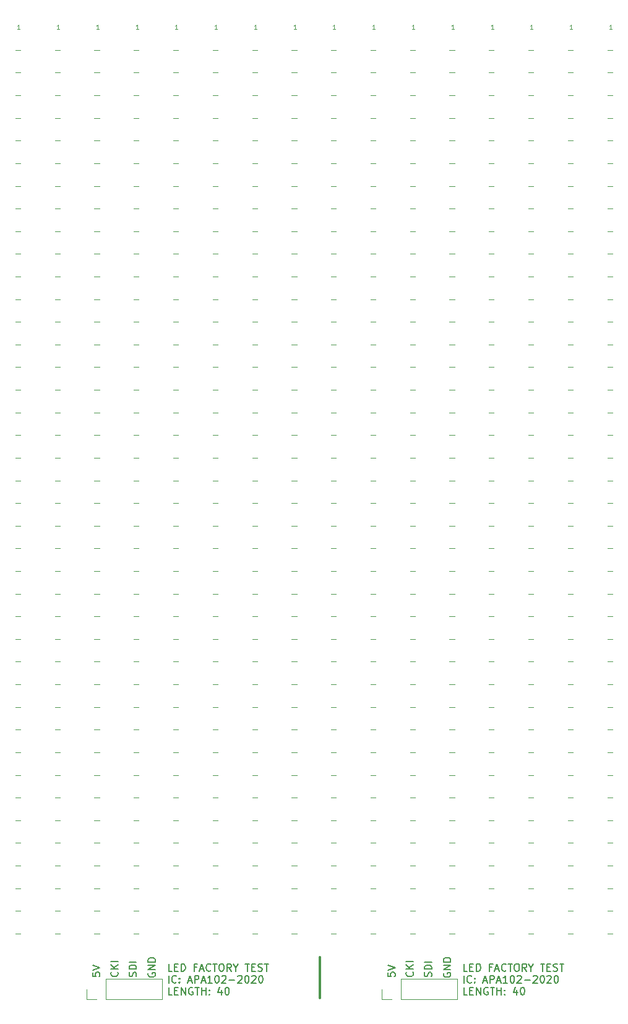
<source format=gbr>
%TF.GenerationSoftware,KiCad,Pcbnew,9.0.3*%
%TF.CreationDate,2025-08-19T12:25:47-04:00*%
%TF.ProjectId,flowstick_led_strip_panel,666c6f77-7374-4696-936b-5f6c65645f73,rev?*%
%TF.SameCoordinates,Original*%
%TF.FileFunction,Legend,Top*%
%TF.FilePolarity,Positive*%
%FSLAX46Y46*%
G04 Gerber Fmt 4.6, Leading zero omitted, Abs format (unit mm)*
G04 Created by KiCad (PCBNEW 9.0.3) date 2025-08-19 12:25:47*
%MOMM*%
%LPD*%
G01*
G04 APERTURE LIST*
%ADD10C,0.300000*%
%ADD11C,0.200000*%
%ADD12C,0.100000*%
%ADD13C,0.120000*%
G04 APERTURE END LIST*
D10*
X93200000Y-155600000D02*
X93200000Y-161200000D01*
D11*
X113355863Y-157547331D02*
X112879673Y-157547331D01*
X112879673Y-157547331D02*
X112879673Y-156547331D01*
X113689197Y-157023521D02*
X114022530Y-157023521D01*
X114165387Y-157547331D02*
X113689197Y-157547331D01*
X113689197Y-157547331D02*
X113689197Y-156547331D01*
X113689197Y-156547331D02*
X114165387Y-156547331D01*
X114593959Y-157547331D02*
X114593959Y-156547331D01*
X114593959Y-156547331D02*
X114832054Y-156547331D01*
X114832054Y-156547331D02*
X114974911Y-156594950D01*
X114974911Y-156594950D02*
X115070149Y-156690188D01*
X115070149Y-156690188D02*
X115117768Y-156785426D01*
X115117768Y-156785426D02*
X115165387Y-156975902D01*
X115165387Y-156975902D02*
X115165387Y-157118759D01*
X115165387Y-157118759D02*
X115117768Y-157309235D01*
X115117768Y-157309235D02*
X115070149Y-157404473D01*
X115070149Y-157404473D02*
X114974911Y-157499712D01*
X114974911Y-157499712D02*
X114832054Y-157547331D01*
X114832054Y-157547331D02*
X114593959Y-157547331D01*
X116689197Y-157023521D02*
X116355864Y-157023521D01*
X116355864Y-157547331D02*
X116355864Y-156547331D01*
X116355864Y-156547331D02*
X116832054Y-156547331D01*
X117165388Y-157261616D02*
X117641578Y-157261616D01*
X117070150Y-157547331D02*
X117403483Y-156547331D01*
X117403483Y-156547331D02*
X117736816Y-157547331D01*
X118641578Y-157452092D02*
X118593959Y-157499712D01*
X118593959Y-157499712D02*
X118451102Y-157547331D01*
X118451102Y-157547331D02*
X118355864Y-157547331D01*
X118355864Y-157547331D02*
X118213007Y-157499712D01*
X118213007Y-157499712D02*
X118117769Y-157404473D01*
X118117769Y-157404473D02*
X118070150Y-157309235D01*
X118070150Y-157309235D02*
X118022531Y-157118759D01*
X118022531Y-157118759D02*
X118022531Y-156975902D01*
X118022531Y-156975902D02*
X118070150Y-156785426D01*
X118070150Y-156785426D02*
X118117769Y-156690188D01*
X118117769Y-156690188D02*
X118213007Y-156594950D01*
X118213007Y-156594950D02*
X118355864Y-156547331D01*
X118355864Y-156547331D02*
X118451102Y-156547331D01*
X118451102Y-156547331D02*
X118593959Y-156594950D01*
X118593959Y-156594950D02*
X118641578Y-156642569D01*
X118927293Y-156547331D02*
X119498721Y-156547331D01*
X119213007Y-157547331D02*
X119213007Y-156547331D01*
X120022531Y-156547331D02*
X120213007Y-156547331D01*
X120213007Y-156547331D02*
X120308245Y-156594950D01*
X120308245Y-156594950D02*
X120403483Y-156690188D01*
X120403483Y-156690188D02*
X120451102Y-156880664D01*
X120451102Y-156880664D02*
X120451102Y-157213997D01*
X120451102Y-157213997D02*
X120403483Y-157404473D01*
X120403483Y-157404473D02*
X120308245Y-157499712D01*
X120308245Y-157499712D02*
X120213007Y-157547331D01*
X120213007Y-157547331D02*
X120022531Y-157547331D01*
X120022531Y-157547331D02*
X119927293Y-157499712D01*
X119927293Y-157499712D02*
X119832055Y-157404473D01*
X119832055Y-157404473D02*
X119784436Y-157213997D01*
X119784436Y-157213997D02*
X119784436Y-156880664D01*
X119784436Y-156880664D02*
X119832055Y-156690188D01*
X119832055Y-156690188D02*
X119927293Y-156594950D01*
X119927293Y-156594950D02*
X120022531Y-156547331D01*
X121451102Y-157547331D02*
X121117769Y-157071140D01*
X120879674Y-157547331D02*
X120879674Y-156547331D01*
X120879674Y-156547331D02*
X121260626Y-156547331D01*
X121260626Y-156547331D02*
X121355864Y-156594950D01*
X121355864Y-156594950D02*
X121403483Y-156642569D01*
X121403483Y-156642569D02*
X121451102Y-156737807D01*
X121451102Y-156737807D02*
X121451102Y-156880664D01*
X121451102Y-156880664D02*
X121403483Y-156975902D01*
X121403483Y-156975902D02*
X121355864Y-157023521D01*
X121355864Y-157023521D02*
X121260626Y-157071140D01*
X121260626Y-157071140D02*
X120879674Y-157071140D01*
X122070150Y-157071140D02*
X122070150Y-157547331D01*
X121736817Y-156547331D02*
X122070150Y-157071140D01*
X122070150Y-157071140D02*
X122403483Y-156547331D01*
X123355865Y-156547331D02*
X123927293Y-156547331D01*
X123641579Y-157547331D02*
X123641579Y-156547331D01*
X124260627Y-157023521D02*
X124593960Y-157023521D01*
X124736817Y-157547331D02*
X124260627Y-157547331D01*
X124260627Y-157547331D02*
X124260627Y-156547331D01*
X124260627Y-156547331D02*
X124736817Y-156547331D01*
X125117770Y-157499712D02*
X125260627Y-157547331D01*
X125260627Y-157547331D02*
X125498722Y-157547331D01*
X125498722Y-157547331D02*
X125593960Y-157499712D01*
X125593960Y-157499712D02*
X125641579Y-157452092D01*
X125641579Y-157452092D02*
X125689198Y-157356854D01*
X125689198Y-157356854D02*
X125689198Y-157261616D01*
X125689198Y-157261616D02*
X125641579Y-157166378D01*
X125641579Y-157166378D02*
X125593960Y-157118759D01*
X125593960Y-157118759D02*
X125498722Y-157071140D01*
X125498722Y-157071140D02*
X125308246Y-157023521D01*
X125308246Y-157023521D02*
X125213008Y-156975902D01*
X125213008Y-156975902D02*
X125165389Y-156928283D01*
X125165389Y-156928283D02*
X125117770Y-156833045D01*
X125117770Y-156833045D02*
X125117770Y-156737807D01*
X125117770Y-156737807D02*
X125165389Y-156642569D01*
X125165389Y-156642569D02*
X125213008Y-156594950D01*
X125213008Y-156594950D02*
X125308246Y-156547331D01*
X125308246Y-156547331D02*
X125546341Y-156547331D01*
X125546341Y-156547331D02*
X125689198Y-156594950D01*
X125974913Y-156547331D02*
X126546341Y-156547331D01*
X126260627Y-157547331D02*
X126260627Y-156547331D01*
X112879673Y-159157275D02*
X112879673Y-158157275D01*
X113927291Y-159062036D02*
X113879672Y-159109656D01*
X113879672Y-159109656D02*
X113736815Y-159157275D01*
X113736815Y-159157275D02*
X113641577Y-159157275D01*
X113641577Y-159157275D02*
X113498720Y-159109656D01*
X113498720Y-159109656D02*
X113403482Y-159014417D01*
X113403482Y-159014417D02*
X113355863Y-158919179D01*
X113355863Y-158919179D02*
X113308244Y-158728703D01*
X113308244Y-158728703D02*
X113308244Y-158585846D01*
X113308244Y-158585846D02*
X113355863Y-158395370D01*
X113355863Y-158395370D02*
X113403482Y-158300132D01*
X113403482Y-158300132D02*
X113498720Y-158204894D01*
X113498720Y-158204894D02*
X113641577Y-158157275D01*
X113641577Y-158157275D02*
X113736815Y-158157275D01*
X113736815Y-158157275D02*
X113879672Y-158204894D01*
X113879672Y-158204894D02*
X113927291Y-158252513D01*
X114355863Y-159062036D02*
X114403482Y-159109656D01*
X114403482Y-159109656D02*
X114355863Y-159157275D01*
X114355863Y-159157275D02*
X114308244Y-159109656D01*
X114308244Y-159109656D02*
X114355863Y-159062036D01*
X114355863Y-159062036D02*
X114355863Y-159157275D01*
X114355863Y-158538227D02*
X114403482Y-158585846D01*
X114403482Y-158585846D02*
X114355863Y-158633465D01*
X114355863Y-158633465D02*
X114308244Y-158585846D01*
X114308244Y-158585846D02*
X114355863Y-158538227D01*
X114355863Y-158538227D02*
X114355863Y-158633465D01*
X115546339Y-158871560D02*
X116022529Y-158871560D01*
X115451101Y-159157275D02*
X115784434Y-158157275D01*
X115784434Y-158157275D02*
X116117767Y-159157275D01*
X116451101Y-159157275D02*
X116451101Y-158157275D01*
X116451101Y-158157275D02*
X116832053Y-158157275D01*
X116832053Y-158157275D02*
X116927291Y-158204894D01*
X116927291Y-158204894D02*
X116974910Y-158252513D01*
X116974910Y-158252513D02*
X117022529Y-158347751D01*
X117022529Y-158347751D02*
X117022529Y-158490608D01*
X117022529Y-158490608D02*
X116974910Y-158585846D01*
X116974910Y-158585846D02*
X116927291Y-158633465D01*
X116927291Y-158633465D02*
X116832053Y-158681084D01*
X116832053Y-158681084D02*
X116451101Y-158681084D01*
X117403482Y-158871560D02*
X117879672Y-158871560D01*
X117308244Y-159157275D02*
X117641577Y-158157275D01*
X117641577Y-158157275D02*
X117974910Y-159157275D01*
X118832053Y-159157275D02*
X118260625Y-159157275D01*
X118546339Y-159157275D02*
X118546339Y-158157275D01*
X118546339Y-158157275D02*
X118451101Y-158300132D01*
X118451101Y-158300132D02*
X118355863Y-158395370D01*
X118355863Y-158395370D02*
X118260625Y-158442989D01*
X119451101Y-158157275D02*
X119546339Y-158157275D01*
X119546339Y-158157275D02*
X119641577Y-158204894D01*
X119641577Y-158204894D02*
X119689196Y-158252513D01*
X119689196Y-158252513D02*
X119736815Y-158347751D01*
X119736815Y-158347751D02*
X119784434Y-158538227D01*
X119784434Y-158538227D02*
X119784434Y-158776322D01*
X119784434Y-158776322D02*
X119736815Y-158966798D01*
X119736815Y-158966798D02*
X119689196Y-159062036D01*
X119689196Y-159062036D02*
X119641577Y-159109656D01*
X119641577Y-159109656D02*
X119546339Y-159157275D01*
X119546339Y-159157275D02*
X119451101Y-159157275D01*
X119451101Y-159157275D02*
X119355863Y-159109656D01*
X119355863Y-159109656D02*
X119308244Y-159062036D01*
X119308244Y-159062036D02*
X119260625Y-158966798D01*
X119260625Y-158966798D02*
X119213006Y-158776322D01*
X119213006Y-158776322D02*
X119213006Y-158538227D01*
X119213006Y-158538227D02*
X119260625Y-158347751D01*
X119260625Y-158347751D02*
X119308244Y-158252513D01*
X119308244Y-158252513D02*
X119355863Y-158204894D01*
X119355863Y-158204894D02*
X119451101Y-158157275D01*
X120165387Y-158252513D02*
X120213006Y-158204894D01*
X120213006Y-158204894D02*
X120308244Y-158157275D01*
X120308244Y-158157275D02*
X120546339Y-158157275D01*
X120546339Y-158157275D02*
X120641577Y-158204894D01*
X120641577Y-158204894D02*
X120689196Y-158252513D01*
X120689196Y-158252513D02*
X120736815Y-158347751D01*
X120736815Y-158347751D02*
X120736815Y-158442989D01*
X120736815Y-158442989D02*
X120689196Y-158585846D01*
X120689196Y-158585846D02*
X120117768Y-159157275D01*
X120117768Y-159157275D02*
X120736815Y-159157275D01*
X121165387Y-158776322D02*
X121927292Y-158776322D01*
X122355863Y-158252513D02*
X122403482Y-158204894D01*
X122403482Y-158204894D02*
X122498720Y-158157275D01*
X122498720Y-158157275D02*
X122736815Y-158157275D01*
X122736815Y-158157275D02*
X122832053Y-158204894D01*
X122832053Y-158204894D02*
X122879672Y-158252513D01*
X122879672Y-158252513D02*
X122927291Y-158347751D01*
X122927291Y-158347751D02*
X122927291Y-158442989D01*
X122927291Y-158442989D02*
X122879672Y-158585846D01*
X122879672Y-158585846D02*
X122308244Y-159157275D01*
X122308244Y-159157275D02*
X122927291Y-159157275D01*
X123546339Y-158157275D02*
X123641577Y-158157275D01*
X123641577Y-158157275D02*
X123736815Y-158204894D01*
X123736815Y-158204894D02*
X123784434Y-158252513D01*
X123784434Y-158252513D02*
X123832053Y-158347751D01*
X123832053Y-158347751D02*
X123879672Y-158538227D01*
X123879672Y-158538227D02*
X123879672Y-158776322D01*
X123879672Y-158776322D02*
X123832053Y-158966798D01*
X123832053Y-158966798D02*
X123784434Y-159062036D01*
X123784434Y-159062036D02*
X123736815Y-159109656D01*
X123736815Y-159109656D02*
X123641577Y-159157275D01*
X123641577Y-159157275D02*
X123546339Y-159157275D01*
X123546339Y-159157275D02*
X123451101Y-159109656D01*
X123451101Y-159109656D02*
X123403482Y-159062036D01*
X123403482Y-159062036D02*
X123355863Y-158966798D01*
X123355863Y-158966798D02*
X123308244Y-158776322D01*
X123308244Y-158776322D02*
X123308244Y-158538227D01*
X123308244Y-158538227D02*
X123355863Y-158347751D01*
X123355863Y-158347751D02*
X123403482Y-158252513D01*
X123403482Y-158252513D02*
X123451101Y-158204894D01*
X123451101Y-158204894D02*
X123546339Y-158157275D01*
X124260625Y-158252513D02*
X124308244Y-158204894D01*
X124308244Y-158204894D02*
X124403482Y-158157275D01*
X124403482Y-158157275D02*
X124641577Y-158157275D01*
X124641577Y-158157275D02*
X124736815Y-158204894D01*
X124736815Y-158204894D02*
X124784434Y-158252513D01*
X124784434Y-158252513D02*
X124832053Y-158347751D01*
X124832053Y-158347751D02*
X124832053Y-158442989D01*
X124832053Y-158442989D02*
X124784434Y-158585846D01*
X124784434Y-158585846D02*
X124213006Y-159157275D01*
X124213006Y-159157275D02*
X124832053Y-159157275D01*
X125451101Y-158157275D02*
X125546339Y-158157275D01*
X125546339Y-158157275D02*
X125641577Y-158204894D01*
X125641577Y-158204894D02*
X125689196Y-158252513D01*
X125689196Y-158252513D02*
X125736815Y-158347751D01*
X125736815Y-158347751D02*
X125784434Y-158538227D01*
X125784434Y-158538227D02*
X125784434Y-158776322D01*
X125784434Y-158776322D02*
X125736815Y-158966798D01*
X125736815Y-158966798D02*
X125689196Y-159062036D01*
X125689196Y-159062036D02*
X125641577Y-159109656D01*
X125641577Y-159109656D02*
X125546339Y-159157275D01*
X125546339Y-159157275D02*
X125451101Y-159157275D01*
X125451101Y-159157275D02*
X125355863Y-159109656D01*
X125355863Y-159109656D02*
X125308244Y-159062036D01*
X125308244Y-159062036D02*
X125260625Y-158966798D01*
X125260625Y-158966798D02*
X125213006Y-158776322D01*
X125213006Y-158776322D02*
X125213006Y-158538227D01*
X125213006Y-158538227D02*
X125260625Y-158347751D01*
X125260625Y-158347751D02*
X125308244Y-158252513D01*
X125308244Y-158252513D02*
X125355863Y-158204894D01*
X125355863Y-158204894D02*
X125451101Y-158157275D01*
X113355863Y-160767219D02*
X112879673Y-160767219D01*
X112879673Y-160767219D02*
X112879673Y-159767219D01*
X113689197Y-160243409D02*
X114022530Y-160243409D01*
X114165387Y-160767219D02*
X113689197Y-160767219D01*
X113689197Y-160767219D02*
X113689197Y-159767219D01*
X113689197Y-159767219D02*
X114165387Y-159767219D01*
X114593959Y-160767219D02*
X114593959Y-159767219D01*
X114593959Y-159767219D02*
X115165387Y-160767219D01*
X115165387Y-160767219D02*
X115165387Y-159767219D01*
X116165387Y-159814838D02*
X116070149Y-159767219D01*
X116070149Y-159767219D02*
X115927292Y-159767219D01*
X115927292Y-159767219D02*
X115784435Y-159814838D01*
X115784435Y-159814838D02*
X115689197Y-159910076D01*
X115689197Y-159910076D02*
X115641578Y-160005314D01*
X115641578Y-160005314D02*
X115593959Y-160195790D01*
X115593959Y-160195790D02*
X115593959Y-160338647D01*
X115593959Y-160338647D02*
X115641578Y-160529123D01*
X115641578Y-160529123D02*
X115689197Y-160624361D01*
X115689197Y-160624361D02*
X115784435Y-160719600D01*
X115784435Y-160719600D02*
X115927292Y-160767219D01*
X115927292Y-160767219D02*
X116022530Y-160767219D01*
X116022530Y-160767219D02*
X116165387Y-160719600D01*
X116165387Y-160719600D02*
X116213006Y-160671980D01*
X116213006Y-160671980D02*
X116213006Y-160338647D01*
X116213006Y-160338647D02*
X116022530Y-160338647D01*
X116498721Y-159767219D02*
X117070149Y-159767219D01*
X116784435Y-160767219D02*
X116784435Y-159767219D01*
X117403483Y-160767219D02*
X117403483Y-159767219D01*
X117403483Y-160243409D02*
X117974911Y-160243409D01*
X117974911Y-160767219D02*
X117974911Y-159767219D01*
X118451102Y-160671980D02*
X118498721Y-160719600D01*
X118498721Y-160719600D02*
X118451102Y-160767219D01*
X118451102Y-160767219D02*
X118403483Y-160719600D01*
X118403483Y-160719600D02*
X118451102Y-160671980D01*
X118451102Y-160671980D02*
X118451102Y-160767219D01*
X118451102Y-160148171D02*
X118498721Y-160195790D01*
X118498721Y-160195790D02*
X118451102Y-160243409D01*
X118451102Y-160243409D02*
X118403483Y-160195790D01*
X118403483Y-160195790D02*
X118451102Y-160148171D01*
X118451102Y-160148171D02*
X118451102Y-160243409D01*
X120117768Y-160100552D02*
X120117768Y-160767219D01*
X119879673Y-159719600D02*
X119641578Y-160433885D01*
X119641578Y-160433885D02*
X120260625Y-160433885D01*
X120832054Y-159767219D02*
X120927292Y-159767219D01*
X120927292Y-159767219D02*
X121022530Y-159814838D01*
X121022530Y-159814838D02*
X121070149Y-159862457D01*
X121070149Y-159862457D02*
X121117768Y-159957695D01*
X121117768Y-159957695D02*
X121165387Y-160148171D01*
X121165387Y-160148171D02*
X121165387Y-160386266D01*
X121165387Y-160386266D02*
X121117768Y-160576742D01*
X121117768Y-160576742D02*
X121070149Y-160671980D01*
X121070149Y-160671980D02*
X121022530Y-160719600D01*
X121022530Y-160719600D02*
X120927292Y-160767219D01*
X120927292Y-160767219D02*
X120832054Y-160767219D01*
X120832054Y-160767219D02*
X120736816Y-160719600D01*
X120736816Y-160719600D02*
X120689197Y-160671980D01*
X120689197Y-160671980D02*
X120641578Y-160576742D01*
X120641578Y-160576742D02*
X120593959Y-160386266D01*
X120593959Y-160386266D02*
X120593959Y-160148171D01*
X120593959Y-160148171D02*
X120641578Y-159957695D01*
X120641578Y-159957695D02*
X120689197Y-159862457D01*
X120689197Y-159862457D02*
X120736816Y-159814838D01*
X120736816Y-159814838D02*
X120832054Y-159767219D01*
X72945863Y-157547331D02*
X72469673Y-157547331D01*
X72469673Y-157547331D02*
X72469673Y-156547331D01*
X73279197Y-157023521D02*
X73612530Y-157023521D01*
X73755387Y-157547331D02*
X73279197Y-157547331D01*
X73279197Y-157547331D02*
X73279197Y-156547331D01*
X73279197Y-156547331D02*
X73755387Y-156547331D01*
X74183959Y-157547331D02*
X74183959Y-156547331D01*
X74183959Y-156547331D02*
X74422054Y-156547331D01*
X74422054Y-156547331D02*
X74564911Y-156594950D01*
X74564911Y-156594950D02*
X74660149Y-156690188D01*
X74660149Y-156690188D02*
X74707768Y-156785426D01*
X74707768Y-156785426D02*
X74755387Y-156975902D01*
X74755387Y-156975902D02*
X74755387Y-157118759D01*
X74755387Y-157118759D02*
X74707768Y-157309235D01*
X74707768Y-157309235D02*
X74660149Y-157404473D01*
X74660149Y-157404473D02*
X74564911Y-157499712D01*
X74564911Y-157499712D02*
X74422054Y-157547331D01*
X74422054Y-157547331D02*
X74183959Y-157547331D01*
X76279197Y-157023521D02*
X75945864Y-157023521D01*
X75945864Y-157547331D02*
X75945864Y-156547331D01*
X75945864Y-156547331D02*
X76422054Y-156547331D01*
X76755388Y-157261616D02*
X77231578Y-157261616D01*
X76660150Y-157547331D02*
X76993483Y-156547331D01*
X76993483Y-156547331D02*
X77326816Y-157547331D01*
X78231578Y-157452092D02*
X78183959Y-157499712D01*
X78183959Y-157499712D02*
X78041102Y-157547331D01*
X78041102Y-157547331D02*
X77945864Y-157547331D01*
X77945864Y-157547331D02*
X77803007Y-157499712D01*
X77803007Y-157499712D02*
X77707769Y-157404473D01*
X77707769Y-157404473D02*
X77660150Y-157309235D01*
X77660150Y-157309235D02*
X77612531Y-157118759D01*
X77612531Y-157118759D02*
X77612531Y-156975902D01*
X77612531Y-156975902D02*
X77660150Y-156785426D01*
X77660150Y-156785426D02*
X77707769Y-156690188D01*
X77707769Y-156690188D02*
X77803007Y-156594950D01*
X77803007Y-156594950D02*
X77945864Y-156547331D01*
X77945864Y-156547331D02*
X78041102Y-156547331D01*
X78041102Y-156547331D02*
X78183959Y-156594950D01*
X78183959Y-156594950D02*
X78231578Y-156642569D01*
X78517293Y-156547331D02*
X79088721Y-156547331D01*
X78803007Y-157547331D02*
X78803007Y-156547331D01*
X79612531Y-156547331D02*
X79803007Y-156547331D01*
X79803007Y-156547331D02*
X79898245Y-156594950D01*
X79898245Y-156594950D02*
X79993483Y-156690188D01*
X79993483Y-156690188D02*
X80041102Y-156880664D01*
X80041102Y-156880664D02*
X80041102Y-157213997D01*
X80041102Y-157213997D02*
X79993483Y-157404473D01*
X79993483Y-157404473D02*
X79898245Y-157499712D01*
X79898245Y-157499712D02*
X79803007Y-157547331D01*
X79803007Y-157547331D02*
X79612531Y-157547331D01*
X79612531Y-157547331D02*
X79517293Y-157499712D01*
X79517293Y-157499712D02*
X79422055Y-157404473D01*
X79422055Y-157404473D02*
X79374436Y-157213997D01*
X79374436Y-157213997D02*
X79374436Y-156880664D01*
X79374436Y-156880664D02*
X79422055Y-156690188D01*
X79422055Y-156690188D02*
X79517293Y-156594950D01*
X79517293Y-156594950D02*
X79612531Y-156547331D01*
X81041102Y-157547331D02*
X80707769Y-157071140D01*
X80469674Y-157547331D02*
X80469674Y-156547331D01*
X80469674Y-156547331D02*
X80850626Y-156547331D01*
X80850626Y-156547331D02*
X80945864Y-156594950D01*
X80945864Y-156594950D02*
X80993483Y-156642569D01*
X80993483Y-156642569D02*
X81041102Y-156737807D01*
X81041102Y-156737807D02*
X81041102Y-156880664D01*
X81041102Y-156880664D02*
X80993483Y-156975902D01*
X80993483Y-156975902D02*
X80945864Y-157023521D01*
X80945864Y-157023521D02*
X80850626Y-157071140D01*
X80850626Y-157071140D02*
X80469674Y-157071140D01*
X81660150Y-157071140D02*
X81660150Y-157547331D01*
X81326817Y-156547331D02*
X81660150Y-157071140D01*
X81660150Y-157071140D02*
X81993483Y-156547331D01*
X82945865Y-156547331D02*
X83517293Y-156547331D01*
X83231579Y-157547331D02*
X83231579Y-156547331D01*
X83850627Y-157023521D02*
X84183960Y-157023521D01*
X84326817Y-157547331D02*
X83850627Y-157547331D01*
X83850627Y-157547331D02*
X83850627Y-156547331D01*
X83850627Y-156547331D02*
X84326817Y-156547331D01*
X84707770Y-157499712D02*
X84850627Y-157547331D01*
X84850627Y-157547331D02*
X85088722Y-157547331D01*
X85088722Y-157547331D02*
X85183960Y-157499712D01*
X85183960Y-157499712D02*
X85231579Y-157452092D01*
X85231579Y-157452092D02*
X85279198Y-157356854D01*
X85279198Y-157356854D02*
X85279198Y-157261616D01*
X85279198Y-157261616D02*
X85231579Y-157166378D01*
X85231579Y-157166378D02*
X85183960Y-157118759D01*
X85183960Y-157118759D02*
X85088722Y-157071140D01*
X85088722Y-157071140D02*
X84898246Y-157023521D01*
X84898246Y-157023521D02*
X84803008Y-156975902D01*
X84803008Y-156975902D02*
X84755389Y-156928283D01*
X84755389Y-156928283D02*
X84707770Y-156833045D01*
X84707770Y-156833045D02*
X84707770Y-156737807D01*
X84707770Y-156737807D02*
X84755389Y-156642569D01*
X84755389Y-156642569D02*
X84803008Y-156594950D01*
X84803008Y-156594950D02*
X84898246Y-156547331D01*
X84898246Y-156547331D02*
X85136341Y-156547331D01*
X85136341Y-156547331D02*
X85279198Y-156594950D01*
X85564913Y-156547331D02*
X86136341Y-156547331D01*
X85850627Y-157547331D02*
X85850627Y-156547331D01*
X72469673Y-159157275D02*
X72469673Y-158157275D01*
X73517291Y-159062036D02*
X73469672Y-159109656D01*
X73469672Y-159109656D02*
X73326815Y-159157275D01*
X73326815Y-159157275D02*
X73231577Y-159157275D01*
X73231577Y-159157275D02*
X73088720Y-159109656D01*
X73088720Y-159109656D02*
X72993482Y-159014417D01*
X72993482Y-159014417D02*
X72945863Y-158919179D01*
X72945863Y-158919179D02*
X72898244Y-158728703D01*
X72898244Y-158728703D02*
X72898244Y-158585846D01*
X72898244Y-158585846D02*
X72945863Y-158395370D01*
X72945863Y-158395370D02*
X72993482Y-158300132D01*
X72993482Y-158300132D02*
X73088720Y-158204894D01*
X73088720Y-158204894D02*
X73231577Y-158157275D01*
X73231577Y-158157275D02*
X73326815Y-158157275D01*
X73326815Y-158157275D02*
X73469672Y-158204894D01*
X73469672Y-158204894D02*
X73517291Y-158252513D01*
X73945863Y-159062036D02*
X73993482Y-159109656D01*
X73993482Y-159109656D02*
X73945863Y-159157275D01*
X73945863Y-159157275D02*
X73898244Y-159109656D01*
X73898244Y-159109656D02*
X73945863Y-159062036D01*
X73945863Y-159062036D02*
X73945863Y-159157275D01*
X73945863Y-158538227D02*
X73993482Y-158585846D01*
X73993482Y-158585846D02*
X73945863Y-158633465D01*
X73945863Y-158633465D02*
X73898244Y-158585846D01*
X73898244Y-158585846D02*
X73945863Y-158538227D01*
X73945863Y-158538227D02*
X73945863Y-158633465D01*
X75136339Y-158871560D02*
X75612529Y-158871560D01*
X75041101Y-159157275D02*
X75374434Y-158157275D01*
X75374434Y-158157275D02*
X75707767Y-159157275D01*
X76041101Y-159157275D02*
X76041101Y-158157275D01*
X76041101Y-158157275D02*
X76422053Y-158157275D01*
X76422053Y-158157275D02*
X76517291Y-158204894D01*
X76517291Y-158204894D02*
X76564910Y-158252513D01*
X76564910Y-158252513D02*
X76612529Y-158347751D01*
X76612529Y-158347751D02*
X76612529Y-158490608D01*
X76612529Y-158490608D02*
X76564910Y-158585846D01*
X76564910Y-158585846D02*
X76517291Y-158633465D01*
X76517291Y-158633465D02*
X76422053Y-158681084D01*
X76422053Y-158681084D02*
X76041101Y-158681084D01*
X76993482Y-158871560D02*
X77469672Y-158871560D01*
X76898244Y-159157275D02*
X77231577Y-158157275D01*
X77231577Y-158157275D02*
X77564910Y-159157275D01*
X78422053Y-159157275D02*
X77850625Y-159157275D01*
X78136339Y-159157275D02*
X78136339Y-158157275D01*
X78136339Y-158157275D02*
X78041101Y-158300132D01*
X78041101Y-158300132D02*
X77945863Y-158395370D01*
X77945863Y-158395370D02*
X77850625Y-158442989D01*
X79041101Y-158157275D02*
X79136339Y-158157275D01*
X79136339Y-158157275D02*
X79231577Y-158204894D01*
X79231577Y-158204894D02*
X79279196Y-158252513D01*
X79279196Y-158252513D02*
X79326815Y-158347751D01*
X79326815Y-158347751D02*
X79374434Y-158538227D01*
X79374434Y-158538227D02*
X79374434Y-158776322D01*
X79374434Y-158776322D02*
X79326815Y-158966798D01*
X79326815Y-158966798D02*
X79279196Y-159062036D01*
X79279196Y-159062036D02*
X79231577Y-159109656D01*
X79231577Y-159109656D02*
X79136339Y-159157275D01*
X79136339Y-159157275D02*
X79041101Y-159157275D01*
X79041101Y-159157275D02*
X78945863Y-159109656D01*
X78945863Y-159109656D02*
X78898244Y-159062036D01*
X78898244Y-159062036D02*
X78850625Y-158966798D01*
X78850625Y-158966798D02*
X78803006Y-158776322D01*
X78803006Y-158776322D02*
X78803006Y-158538227D01*
X78803006Y-158538227D02*
X78850625Y-158347751D01*
X78850625Y-158347751D02*
X78898244Y-158252513D01*
X78898244Y-158252513D02*
X78945863Y-158204894D01*
X78945863Y-158204894D02*
X79041101Y-158157275D01*
X79755387Y-158252513D02*
X79803006Y-158204894D01*
X79803006Y-158204894D02*
X79898244Y-158157275D01*
X79898244Y-158157275D02*
X80136339Y-158157275D01*
X80136339Y-158157275D02*
X80231577Y-158204894D01*
X80231577Y-158204894D02*
X80279196Y-158252513D01*
X80279196Y-158252513D02*
X80326815Y-158347751D01*
X80326815Y-158347751D02*
X80326815Y-158442989D01*
X80326815Y-158442989D02*
X80279196Y-158585846D01*
X80279196Y-158585846D02*
X79707768Y-159157275D01*
X79707768Y-159157275D02*
X80326815Y-159157275D01*
X80755387Y-158776322D02*
X81517292Y-158776322D01*
X81945863Y-158252513D02*
X81993482Y-158204894D01*
X81993482Y-158204894D02*
X82088720Y-158157275D01*
X82088720Y-158157275D02*
X82326815Y-158157275D01*
X82326815Y-158157275D02*
X82422053Y-158204894D01*
X82422053Y-158204894D02*
X82469672Y-158252513D01*
X82469672Y-158252513D02*
X82517291Y-158347751D01*
X82517291Y-158347751D02*
X82517291Y-158442989D01*
X82517291Y-158442989D02*
X82469672Y-158585846D01*
X82469672Y-158585846D02*
X81898244Y-159157275D01*
X81898244Y-159157275D02*
X82517291Y-159157275D01*
X83136339Y-158157275D02*
X83231577Y-158157275D01*
X83231577Y-158157275D02*
X83326815Y-158204894D01*
X83326815Y-158204894D02*
X83374434Y-158252513D01*
X83374434Y-158252513D02*
X83422053Y-158347751D01*
X83422053Y-158347751D02*
X83469672Y-158538227D01*
X83469672Y-158538227D02*
X83469672Y-158776322D01*
X83469672Y-158776322D02*
X83422053Y-158966798D01*
X83422053Y-158966798D02*
X83374434Y-159062036D01*
X83374434Y-159062036D02*
X83326815Y-159109656D01*
X83326815Y-159109656D02*
X83231577Y-159157275D01*
X83231577Y-159157275D02*
X83136339Y-159157275D01*
X83136339Y-159157275D02*
X83041101Y-159109656D01*
X83041101Y-159109656D02*
X82993482Y-159062036D01*
X82993482Y-159062036D02*
X82945863Y-158966798D01*
X82945863Y-158966798D02*
X82898244Y-158776322D01*
X82898244Y-158776322D02*
X82898244Y-158538227D01*
X82898244Y-158538227D02*
X82945863Y-158347751D01*
X82945863Y-158347751D02*
X82993482Y-158252513D01*
X82993482Y-158252513D02*
X83041101Y-158204894D01*
X83041101Y-158204894D02*
X83136339Y-158157275D01*
X83850625Y-158252513D02*
X83898244Y-158204894D01*
X83898244Y-158204894D02*
X83993482Y-158157275D01*
X83993482Y-158157275D02*
X84231577Y-158157275D01*
X84231577Y-158157275D02*
X84326815Y-158204894D01*
X84326815Y-158204894D02*
X84374434Y-158252513D01*
X84374434Y-158252513D02*
X84422053Y-158347751D01*
X84422053Y-158347751D02*
X84422053Y-158442989D01*
X84422053Y-158442989D02*
X84374434Y-158585846D01*
X84374434Y-158585846D02*
X83803006Y-159157275D01*
X83803006Y-159157275D02*
X84422053Y-159157275D01*
X85041101Y-158157275D02*
X85136339Y-158157275D01*
X85136339Y-158157275D02*
X85231577Y-158204894D01*
X85231577Y-158204894D02*
X85279196Y-158252513D01*
X85279196Y-158252513D02*
X85326815Y-158347751D01*
X85326815Y-158347751D02*
X85374434Y-158538227D01*
X85374434Y-158538227D02*
X85374434Y-158776322D01*
X85374434Y-158776322D02*
X85326815Y-158966798D01*
X85326815Y-158966798D02*
X85279196Y-159062036D01*
X85279196Y-159062036D02*
X85231577Y-159109656D01*
X85231577Y-159109656D02*
X85136339Y-159157275D01*
X85136339Y-159157275D02*
X85041101Y-159157275D01*
X85041101Y-159157275D02*
X84945863Y-159109656D01*
X84945863Y-159109656D02*
X84898244Y-159062036D01*
X84898244Y-159062036D02*
X84850625Y-158966798D01*
X84850625Y-158966798D02*
X84803006Y-158776322D01*
X84803006Y-158776322D02*
X84803006Y-158538227D01*
X84803006Y-158538227D02*
X84850625Y-158347751D01*
X84850625Y-158347751D02*
X84898244Y-158252513D01*
X84898244Y-158252513D02*
X84945863Y-158204894D01*
X84945863Y-158204894D02*
X85041101Y-158157275D01*
X72945863Y-160767219D02*
X72469673Y-160767219D01*
X72469673Y-160767219D02*
X72469673Y-159767219D01*
X73279197Y-160243409D02*
X73612530Y-160243409D01*
X73755387Y-160767219D02*
X73279197Y-160767219D01*
X73279197Y-160767219D02*
X73279197Y-159767219D01*
X73279197Y-159767219D02*
X73755387Y-159767219D01*
X74183959Y-160767219D02*
X74183959Y-159767219D01*
X74183959Y-159767219D02*
X74755387Y-160767219D01*
X74755387Y-160767219D02*
X74755387Y-159767219D01*
X75755387Y-159814838D02*
X75660149Y-159767219D01*
X75660149Y-159767219D02*
X75517292Y-159767219D01*
X75517292Y-159767219D02*
X75374435Y-159814838D01*
X75374435Y-159814838D02*
X75279197Y-159910076D01*
X75279197Y-159910076D02*
X75231578Y-160005314D01*
X75231578Y-160005314D02*
X75183959Y-160195790D01*
X75183959Y-160195790D02*
X75183959Y-160338647D01*
X75183959Y-160338647D02*
X75231578Y-160529123D01*
X75231578Y-160529123D02*
X75279197Y-160624361D01*
X75279197Y-160624361D02*
X75374435Y-160719600D01*
X75374435Y-160719600D02*
X75517292Y-160767219D01*
X75517292Y-160767219D02*
X75612530Y-160767219D01*
X75612530Y-160767219D02*
X75755387Y-160719600D01*
X75755387Y-160719600D02*
X75803006Y-160671980D01*
X75803006Y-160671980D02*
X75803006Y-160338647D01*
X75803006Y-160338647D02*
X75612530Y-160338647D01*
X76088721Y-159767219D02*
X76660149Y-159767219D01*
X76374435Y-160767219D02*
X76374435Y-159767219D01*
X76993483Y-160767219D02*
X76993483Y-159767219D01*
X76993483Y-160243409D02*
X77564911Y-160243409D01*
X77564911Y-160767219D02*
X77564911Y-159767219D01*
X78041102Y-160671980D02*
X78088721Y-160719600D01*
X78088721Y-160719600D02*
X78041102Y-160767219D01*
X78041102Y-160767219D02*
X77993483Y-160719600D01*
X77993483Y-160719600D02*
X78041102Y-160671980D01*
X78041102Y-160671980D02*
X78041102Y-160767219D01*
X78041102Y-160148171D02*
X78088721Y-160195790D01*
X78088721Y-160195790D02*
X78041102Y-160243409D01*
X78041102Y-160243409D02*
X77993483Y-160195790D01*
X77993483Y-160195790D02*
X78041102Y-160148171D01*
X78041102Y-160148171D02*
X78041102Y-160243409D01*
X79707768Y-160100552D02*
X79707768Y-160767219D01*
X79469673Y-159719600D02*
X79231578Y-160433885D01*
X79231578Y-160433885D02*
X79850625Y-160433885D01*
X80422054Y-159767219D02*
X80517292Y-159767219D01*
X80517292Y-159767219D02*
X80612530Y-159814838D01*
X80612530Y-159814838D02*
X80660149Y-159862457D01*
X80660149Y-159862457D02*
X80707768Y-159957695D01*
X80707768Y-159957695D02*
X80755387Y-160148171D01*
X80755387Y-160148171D02*
X80755387Y-160386266D01*
X80755387Y-160386266D02*
X80707768Y-160576742D01*
X80707768Y-160576742D02*
X80660149Y-160671980D01*
X80660149Y-160671980D02*
X80612530Y-160719600D01*
X80612530Y-160719600D02*
X80517292Y-160767219D01*
X80517292Y-160767219D02*
X80422054Y-160767219D01*
X80422054Y-160767219D02*
X80326816Y-160719600D01*
X80326816Y-160719600D02*
X80279197Y-160671980D01*
X80279197Y-160671980D02*
X80231578Y-160576742D01*
X80231578Y-160576742D02*
X80183959Y-160386266D01*
X80183959Y-160386266D02*
X80183959Y-160148171D01*
X80183959Y-160148171D02*
X80231578Y-159957695D01*
X80231578Y-159957695D02*
X80279197Y-159862457D01*
X80279197Y-159862457D02*
X80326816Y-159814838D01*
X80326816Y-159814838D02*
X80422054Y-159767219D01*
X108414600Y-158277945D02*
X108462219Y-158135088D01*
X108462219Y-158135088D02*
X108462219Y-157896993D01*
X108462219Y-157896993D02*
X108414600Y-157801755D01*
X108414600Y-157801755D02*
X108366980Y-157754136D01*
X108366980Y-157754136D02*
X108271742Y-157706517D01*
X108271742Y-157706517D02*
X108176504Y-157706517D01*
X108176504Y-157706517D02*
X108081266Y-157754136D01*
X108081266Y-157754136D02*
X108033647Y-157801755D01*
X108033647Y-157801755D02*
X107986028Y-157896993D01*
X107986028Y-157896993D02*
X107938409Y-158087469D01*
X107938409Y-158087469D02*
X107890790Y-158182707D01*
X107890790Y-158182707D02*
X107843171Y-158230326D01*
X107843171Y-158230326D02*
X107747933Y-158277945D01*
X107747933Y-158277945D02*
X107652695Y-158277945D01*
X107652695Y-158277945D02*
X107557457Y-158230326D01*
X107557457Y-158230326D02*
X107509838Y-158182707D01*
X107509838Y-158182707D02*
X107462219Y-158087469D01*
X107462219Y-158087469D02*
X107462219Y-157849374D01*
X107462219Y-157849374D02*
X107509838Y-157706517D01*
X108462219Y-157277945D02*
X107462219Y-157277945D01*
X107462219Y-157277945D02*
X107462219Y-157039850D01*
X107462219Y-157039850D02*
X107509838Y-156896993D01*
X107509838Y-156896993D02*
X107605076Y-156801755D01*
X107605076Y-156801755D02*
X107700314Y-156754136D01*
X107700314Y-156754136D02*
X107890790Y-156706517D01*
X107890790Y-156706517D02*
X108033647Y-156706517D01*
X108033647Y-156706517D02*
X108224123Y-156754136D01*
X108224123Y-156754136D02*
X108319361Y-156801755D01*
X108319361Y-156801755D02*
X108414600Y-156896993D01*
X108414600Y-156896993D02*
X108462219Y-157039850D01*
X108462219Y-157039850D02*
X108462219Y-157277945D01*
X108462219Y-156277945D02*
X107462219Y-156277945D01*
X65456980Y-157658898D02*
X65504600Y-157706517D01*
X65504600Y-157706517D02*
X65552219Y-157849374D01*
X65552219Y-157849374D02*
X65552219Y-157944612D01*
X65552219Y-157944612D02*
X65504600Y-158087469D01*
X65504600Y-158087469D02*
X65409361Y-158182707D01*
X65409361Y-158182707D02*
X65314123Y-158230326D01*
X65314123Y-158230326D02*
X65123647Y-158277945D01*
X65123647Y-158277945D02*
X64980790Y-158277945D01*
X64980790Y-158277945D02*
X64790314Y-158230326D01*
X64790314Y-158230326D02*
X64695076Y-158182707D01*
X64695076Y-158182707D02*
X64599838Y-158087469D01*
X64599838Y-158087469D02*
X64552219Y-157944612D01*
X64552219Y-157944612D02*
X64552219Y-157849374D01*
X64552219Y-157849374D02*
X64599838Y-157706517D01*
X64599838Y-157706517D02*
X64647457Y-157658898D01*
X65552219Y-157230326D02*
X64552219Y-157230326D01*
X65552219Y-156658898D02*
X64980790Y-157087469D01*
X64552219Y-156658898D02*
X65123647Y-157230326D01*
X65552219Y-156230326D02*
X64552219Y-156230326D01*
X110109838Y-157806517D02*
X110062219Y-157901755D01*
X110062219Y-157901755D02*
X110062219Y-158044612D01*
X110062219Y-158044612D02*
X110109838Y-158187469D01*
X110109838Y-158187469D02*
X110205076Y-158282707D01*
X110205076Y-158282707D02*
X110300314Y-158330326D01*
X110300314Y-158330326D02*
X110490790Y-158377945D01*
X110490790Y-158377945D02*
X110633647Y-158377945D01*
X110633647Y-158377945D02*
X110824123Y-158330326D01*
X110824123Y-158330326D02*
X110919361Y-158282707D01*
X110919361Y-158282707D02*
X111014600Y-158187469D01*
X111014600Y-158187469D02*
X111062219Y-158044612D01*
X111062219Y-158044612D02*
X111062219Y-157949374D01*
X111062219Y-157949374D02*
X111014600Y-157806517D01*
X111014600Y-157806517D02*
X110966980Y-157758898D01*
X110966980Y-157758898D02*
X110633647Y-157758898D01*
X110633647Y-157758898D02*
X110633647Y-157949374D01*
X111062219Y-157330326D02*
X110062219Y-157330326D01*
X110062219Y-157330326D02*
X111062219Y-156758898D01*
X111062219Y-156758898D02*
X110062219Y-156758898D01*
X111062219Y-156282707D02*
X110062219Y-156282707D01*
X110062219Y-156282707D02*
X110062219Y-156044612D01*
X110062219Y-156044612D02*
X110109838Y-155901755D01*
X110109838Y-155901755D02*
X110205076Y-155806517D01*
X110205076Y-155806517D02*
X110300314Y-155758898D01*
X110300314Y-155758898D02*
X110490790Y-155711279D01*
X110490790Y-155711279D02*
X110633647Y-155711279D01*
X110633647Y-155711279D02*
X110824123Y-155758898D01*
X110824123Y-155758898D02*
X110919361Y-155806517D01*
X110919361Y-155806517D02*
X111014600Y-155901755D01*
X111014600Y-155901755D02*
X111062219Y-156044612D01*
X111062219Y-156044612D02*
X111062219Y-156282707D01*
X68004600Y-158277945D02*
X68052219Y-158135088D01*
X68052219Y-158135088D02*
X68052219Y-157896993D01*
X68052219Y-157896993D02*
X68004600Y-157801755D01*
X68004600Y-157801755D02*
X67956980Y-157754136D01*
X67956980Y-157754136D02*
X67861742Y-157706517D01*
X67861742Y-157706517D02*
X67766504Y-157706517D01*
X67766504Y-157706517D02*
X67671266Y-157754136D01*
X67671266Y-157754136D02*
X67623647Y-157801755D01*
X67623647Y-157801755D02*
X67576028Y-157896993D01*
X67576028Y-157896993D02*
X67528409Y-158087469D01*
X67528409Y-158087469D02*
X67480790Y-158182707D01*
X67480790Y-158182707D02*
X67433171Y-158230326D01*
X67433171Y-158230326D02*
X67337933Y-158277945D01*
X67337933Y-158277945D02*
X67242695Y-158277945D01*
X67242695Y-158277945D02*
X67147457Y-158230326D01*
X67147457Y-158230326D02*
X67099838Y-158182707D01*
X67099838Y-158182707D02*
X67052219Y-158087469D01*
X67052219Y-158087469D02*
X67052219Y-157849374D01*
X67052219Y-157849374D02*
X67099838Y-157706517D01*
X68052219Y-157277945D02*
X67052219Y-157277945D01*
X67052219Y-157277945D02*
X67052219Y-157039850D01*
X67052219Y-157039850D02*
X67099838Y-156896993D01*
X67099838Y-156896993D02*
X67195076Y-156801755D01*
X67195076Y-156801755D02*
X67290314Y-156754136D01*
X67290314Y-156754136D02*
X67480790Y-156706517D01*
X67480790Y-156706517D02*
X67623647Y-156706517D01*
X67623647Y-156706517D02*
X67814123Y-156754136D01*
X67814123Y-156754136D02*
X67909361Y-156801755D01*
X67909361Y-156801755D02*
X68004600Y-156896993D01*
X68004600Y-156896993D02*
X68052219Y-157039850D01*
X68052219Y-157039850D02*
X68052219Y-157277945D01*
X68052219Y-156277945D02*
X67052219Y-156277945D01*
X62052219Y-157754136D02*
X62052219Y-158230326D01*
X62052219Y-158230326D02*
X62528409Y-158277945D01*
X62528409Y-158277945D02*
X62480790Y-158230326D01*
X62480790Y-158230326D02*
X62433171Y-158135088D01*
X62433171Y-158135088D02*
X62433171Y-157896993D01*
X62433171Y-157896993D02*
X62480790Y-157801755D01*
X62480790Y-157801755D02*
X62528409Y-157754136D01*
X62528409Y-157754136D02*
X62623647Y-157706517D01*
X62623647Y-157706517D02*
X62861742Y-157706517D01*
X62861742Y-157706517D02*
X62956980Y-157754136D01*
X62956980Y-157754136D02*
X63004600Y-157801755D01*
X63004600Y-157801755D02*
X63052219Y-157896993D01*
X63052219Y-157896993D02*
X63052219Y-158135088D01*
X63052219Y-158135088D02*
X63004600Y-158230326D01*
X63004600Y-158230326D02*
X62956980Y-158277945D01*
X62052219Y-157420802D02*
X63052219Y-157087469D01*
X63052219Y-157087469D02*
X62052219Y-156754136D01*
X69699838Y-157806517D02*
X69652219Y-157901755D01*
X69652219Y-157901755D02*
X69652219Y-158044612D01*
X69652219Y-158044612D02*
X69699838Y-158187469D01*
X69699838Y-158187469D02*
X69795076Y-158282707D01*
X69795076Y-158282707D02*
X69890314Y-158330326D01*
X69890314Y-158330326D02*
X70080790Y-158377945D01*
X70080790Y-158377945D02*
X70223647Y-158377945D01*
X70223647Y-158377945D02*
X70414123Y-158330326D01*
X70414123Y-158330326D02*
X70509361Y-158282707D01*
X70509361Y-158282707D02*
X70604600Y-158187469D01*
X70604600Y-158187469D02*
X70652219Y-158044612D01*
X70652219Y-158044612D02*
X70652219Y-157949374D01*
X70652219Y-157949374D02*
X70604600Y-157806517D01*
X70604600Y-157806517D02*
X70556980Y-157758898D01*
X70556980Y-157758898D02*
X70223647Y-157758898D01*
X70223647Y-157758898D02*
X70223647Y-157949374D01*
X70652219Y-157330326D02*
X69652219Y-157330326D01*
X69652219Y-157330326D02*
X70652219Y-156758898D01*
X70652219Y-156758898D02*
X69652219Y-156758898D01*
X70652219Y-156282707D02*
X69652219Y-156282707D01*
X69652219Y-156282707D02*
X69652219Y-156044612D01*
X69652219Y-156044612D02*
X69699838Y-155901755D01*
X69699838Y-155901755D02*
X69795076Y-155806517D01*
X69795076Y-155806517D02*
X69890314Y-155758898D01*
X69890314Y-155758898D02*
X70080790Y-155711279D01*
X70080790Y-155711279D02*
X70223647Y-155711279D01*
X70223647Y-155711279D02*
X70414123Y-155758898D01*
X70414123Y-155758898D02*
X70509361Y-155806517D01*
X70509361Y-155806517D02*
X70604600Y-155901755D01*
X70604600Y-155901755D02*
X70652219Y-156044612D01*
X70652219Y-156044612D02*
X70652219Y-156282707D01*
X105866980Y-157658898D02*
X105914600Y-157706517D01*
X105914600Y-157706517D02*
X105962219Y-157849374D01*
X105962219Y-157849374D02*
X105962219Y-157944612D01*
X105962219Y-157944612D02*
X105914600Y-158087469D01*
X105914600Y-158087469D02*
X105819361Y-158182707D01*
X105819361Y-158182707D02*
X105724123Y-158230326D01*
X105724123Y-158230326D02*
X105533647Y-158277945D01*
X105533647Y-158277945D02*
X105390790Y-158277945D01*
X105390790Y-158277945D02*
X105200314Y-158230326D01*
X105200314Y-158230326D02*
X105105076Y-158182707D01*
X105105076Y-158182707D02*
X105009838Y-158087469D01*
X105009838Y-158087469D02*
X104962219Y-157944612D01*
X104962219Y-157944612D02*
X104962219Y-157849374D01*
X104962219Y-157849374D02*
X105009838Y-157706517D01*
X105009838Y-157706517D02*
X105057457Y-157658898D01*
X105962219Y-157230326D02*
X104962219Y-157230326D01*
X105962219Y-156658898D02*
X105390790Y-157087469D01*
X104962219Y-156658898D02*
X105533647Y-157230326D01*
X105962219Y-156230326D02*
X104962219Y-156230326D01*
X102462219Y-157754136D02*
X102462219Y-158230326D01*
X102462219Y-158230326D02*
X102938409Y-158277945D01*
X102938409Y-158277945D02*
X102890790Y-158230326D01*
X102890790Y-158230326D02*
X102843171Y-158135088D01*
X102843171Y-158135088D02*
X102843171Y-157896993D01*
X102843171Y-157896993D02*
X102890790Y-157801755D01*
X102890790Y-157801755D02*
X102938409Y-157754136D01*
X102938409Y-157754136D02*
X103033647Y-157706517D01*
X103033647Y-157706517D02*
X103271742Y-157706517D01*
X103271742Y-157706517D02*
X103366980Y-157754136D01*
X103366980Y-157754136D02*
X103414600Y-157801755D01*
X103414600Y-157801755D02*
X103462219Y-157896993D01*
X103462219Y-157896993D02*
X103462219Y-158135088D01*
X103462219Y-158135088D02*
X103414600Y-158230326D01*
X103414600Y-158230326D02*
X103366980Y-158277945D01*
X102462219Y-157420802D02*
X103462219Y-157087469D01*
X103462219Y-157087469D02*
X102462219Y-156754136D01*
D12*
X116921428Y-28622371D02*
X116578571Y-28622371D01*
X116750000Y-28622371D02*
X116750000Y-28022371D01*
X116750000Y-28022371D02*
X116692857Y-28108085D01*
X116692857Y-28108085D02*
X116635714Y-28165228D01*
X116635714Y-28165228D02*
X116578571Y-28193800D01*
X122321428Y-28622371D02*
X121978571Y-28622371D01*
X122150000Y-28622371D02*
X122150000Y-28022371D01*
X122150000Y-28022371D02*
X122092857Y-28108085D01*
X122092857Y-28108085D02*
X122035714Y-28165228D01*
X122035714Y-28165228D02*
X121978571Y-28193800D01*
X106121428Y-28622371D02*
X105778571Y-28622371D01*
X105950000Y-28622371D02*
X105950000Y-28022371D01*
X105950000Y-28022371D02*
X105892857Y-28108085D01*
X105892857Y-28108085D02*
X105835714Y-28165228D01*
X105835714Y-28165228D02*
X105778571Y-28193800D01*
X111521428Y-28622371D02*
X111178571Y-28622371D01*
X111350000Y-28622371D02*
X111350000Y-28022371D01*
X111350000Y-28022371D02*
X111292857Y-28108085D01*
X111292857Y-28108085D02*
X111235714Y-28165228D01*
X111235714Y-28165228D02*
X111178571Y-28193800D01*
X100721428Y-28622371D02*
X100378571Y-28622371D01*
X100550000Y-28622371D02*
X100550000Y-28022371D01*
X100550000Y-28022371D02*
X100492857Y-28108085D01*
X100492857Y-28108085D02*
X100435714Y-28165228D01*
X100435714Y-28165228D02*
X100378571Y-28193800D01*
X95321428Y-28622371D02*
X94978571Y-28622371D01*
X95150000Y-28622371D02*
X95150000Y-28022371D01*
X95150000Y-28022371D02*
X95092857Y-28108085D01*
X95092857Y-28108085D02*
X95035714Y-28165228D01*
X95035714Y-28165228D02*
X94978571Y-28193800D01*
X84521428Y-28622371D02*
X84178571Y-28622371D01*
X84350000Y-28622371D02*
X84350000Y-28022371D01*
X84350000Y-28022371D02*
X84292857Y-28108085D01*
X84292857Y-28108085D02*
X84235714Y-28165228D01*
X84235714Y-28165228D02*
X84178571Y-28193800D01*
X89921428Y-28622371D02*
X89578571Y-28622371D01*
X89750000Y-28622371D02*
X89750000Y-28022371D01*
X89750000Y-28022371D02*
X89692857Y-28108085D01*
X89692857Y-28108085D02*
X89635714Y-28165228D01*
X89635714Y-28165228D02*
X89578571Y-28193800D01*
X79121428Y-28622371D02*
X78778571Y-28622371D01*
X78950000Y-28622371D02*
X78950000Y-28022371D01*
X78950000Y-28022371D02*
X78892857Y-28108085D01*
X78892857Y-28108085D02*
X78835714Y-28165228D01*
X78835714Y-28165228D02*
X78778571Y-28193800D01*
X73721428Y-28622371D02*
X73378571Y-28622371D01*
X73550000Y-28622371D02*
X73550000Y-28022371D01*
X73550000Y-28022371D02*
X73492857Y-28108085D01*
X73492857Y-28108085D02*
X73435714Y-28165228D01*
X73435714Y-28165228D02*
X73378571Y-28193800D01*
X62921428Y-28622371D02*
X62578571Y-28622371D01*
X62750000Y-28622371D02*
X62750000Y-28022371D01*
X62750000Y-28022371D02*
X62692857Y-28108085D01*
X62692857Y-28108085D02*
X62635714Y-28165228D01*
X62635714Y-28165228D02*
X62578571Y-28193800D01*
X68321428Y-28622371D02*
X67978571Y-28622371D01*
X68150000Y-28622371D02*
X68150000Y-28022371D01*
X68150000Y-28022371D02*
X68092857Y-28108085D01*
X68092857Y-28108085D02*
X68035714Y-28165228D01*
X68035714Y-28165228D02*
X67978571Y-28193800D01*
X52121428Y-28622371D02*
X51778571Y-28622371D01*
X51950000Y-28622371D02*
X51950000Y-28022371D01*
X51950000Y-28022371D02*
X51892857Y-28108085D01*
X51892857Y-28108085D02*
X51835714Y-28165228D01*
X51835714Y-28165228D02*
X51778571Y-28193800D01*
X57521428Y-28622371D02*
X57178571Y-28622371D01*
X57350000Y-28622371D02*
X57350000Y-28022371D01*
X57350000Y-28022371D02*
X57292857Y-28108085D01*
X57292857Y-28108085D02*
X57235714Y-28165228D01*
X57235714Y-28165228D02*
X57178571Y-28193800D01*
X133121428Y-28622371D02*
X132778571Y-28622371D01*
X132950000Y-28622371D02*
X132950000Y-28022371D01*
X132950000Y-28022371D02*
X132892857Y-28108085D01*
X132892857Y-28108085D02*
X132835714Y-28165228D01*
X132835714Y-28165228D02*
X132778571Y-28193800D01*
X127721428Y-28622371D02*
X127378571Y-28622371D01*
X127550000Y-28622371D02*
X127550000Y-28022371D01*
X127550000Y-28022371D02*
X127492857Y-28108085D01*
X127492857Y-28108085D02*
X127435714Y-28165228D01*
X127435714Y-28165228D02*
X127378571Y-28193800D01*
D13*
%TO.C,D35*%
X116300000Y-47000000D02*
X117000000Y-47000000D01*
%TO.C,D57*%
X121700000Y-102800000D02*
X122400000Y-102800000D01*
%TO.C,D17*%
X116300000Y-102800000D02*
X117000000Y-102800000D01*
%TO.C,D75*%
X121700000Y-47000000D02*
X122400000Y-47000000D01*
%TO.C,D76*%
X121700000Y-43900000D02*
X122400000Y-43900000D01*
%TO.C,D47*%
X121700000Y-133800000D02*
X122400000Y-133800000D01*
%TO.C,D68*%
X121700000Y-68700000D02*
X122400000Y-68700000D01*
%TO.C,D34*%
X116300000Y-50100000D02*
X117000000Y-50100000D01*
%TO.C,D4*%
X116300000Y-143100000D02*
X117000000Y-143100000D01*
%TO.C,D79*%
X121700000Y-34600000D02*
X122400000Y-34600000D01*
%TO.C,D7*%
X116300000Y-133800000D02*
X117000000Y-133800000D01*
%TO.C,D54*%
X121700000Y-112100000D02*
X122400000Y-112100000D01*
%TO.C,D63*%
X121700000Y-84200000D02*
X122400000Y-84200000D01*
%TO.C,D24*%
X116300000Y-81100000D02*
X117000000Y-81100000D01*
%TO.C,D78*%
X121700000Y-37700000D02*
X122400000Y-37700000D01*
%TO.C,D55*%
X121700000Y-109000000D02*
X122400000Y-109000000D01*
%TO.C,D50*%
X121700000Y-124500000D02*
X122400000Y-124500000D01*
%TO.C,D15*%
X116300000Y-109000000D02*
X117000000Y-109000000D01*
%TO.C,D43*%
X121700000Y-146200000D02*
X122400000Y-146200000D01*
%TO.C,D67*%
X121700000Y-71800000D02*
X122400000Y-71800000D01*
%TO.C,D48*%
X121700000Y-130700000D02*
X122400000Y-130700000D01*
%TO.C,D11*%
X116300000Y-121400000D02*
X117000000Y-121400000D01*
%TO.C,D58*%
X121700000Y-99700000D02*
X122400000Y-99700000D01*
%TO.C,D41*%
X121700000Y-152400000D02*
X122400000Y-152400000D01*
%TO.C,D25*%
X116300000Y-78000000D02*
X117000000Y-78000000D01*
%TO.C,D46*%
X121700000Y-136900000D02*
X122400000Y-136900000D01*
%TO.C,D28*%
X116300000Y-68700000D02*
X117000000Y-68700000D01*
%TO.C,D31*%
X116300000Y-59400000D02*
X117000000Y-59400000D01*
%TO.C,D29*%
X116300000Y-65600000D02*
X117000000Y-65600000D01*
%TO.C,D27*%
X116300000Y-71800000D02*
X117000000Y-71800000D01*
%TO.C,D40*%
X116300000Y-31500000D02*
X117000000Y-31500000D01*
%TO.C,D38*%
X116300000Y-37700000D02*
X117000000Y-37700000D01*
%TO.C,D33*%
X116300000Y-53200000D02*
X117000000Y-53200000D01*
%TO.C,D80*%
X121700000Y-31500000D02*
X122400000Y-31500000D01*
%TO.C,D39*%
X116300000Y-34600000D02*
X117000000Y-34600000D01*
%TO.C,D62*%
X121700000Y-87300000D02*
X122400000Y-87300000D01*
%TO.C,D64*%
X121700000Y-81100000D02*
X122400000Y-81100000D01*
%TO.C,D30*%
X116300000Y-62500000D02*
X117000000Y-62500000D01*
%TO.C,D13*%
X116300000Y-115200000D02*
X117000000Y-115200000D01*
%TO.C,D16*%
X116300000Y-105900000D02*
X117000000Y-105900000D01*
%TO.C,D21*%
X116300000Y-90400000D02*
X117000000Y-90400000D01*
%TO.C,D66*%
X121700000Y-74900000D02*
X122400000Y-74900000D01*
%TO.C,D61*%
X121700000Y-90400000D02*
X122400000Y-90400000D01*
%TO.C,D12*%
X116300000Y-118300000D02*
X117000000Y-118300000D01*
%TO.C,D10*%
X116300000Y-124500000D02*
X117000000Y-124500000D01*
%TO.C,D56*%
X121700000Y-105900000D02*
X122400000Y-105900000D01*
%TO.C,D32*%
X116300000Y-56300000D02*
X117000000Y-56300000D01*
%TO.C,D18*%
X116300000Y-99700000D02*
X117000000Y-99700000D01*
%TO.C,D51*%
X121700000Y-121400000D02*
X122400000Y-121400000D01*
%TO.C,D72*%
X121700000Y-56300000D02*
X122400000Y-56300000D01*
%TO.C,D14*%
X116300000Y-112100000D02*
X117000000Y-112100000D01*
%TO.C,D6*%
X116300000Y-136900000D02*
X117000000Y-136900000D01*
%TO.C,D3*%
X116300000Y-146200000D02*
X117000000Y-146200000D01*
%TO.C,D69*%
X121700000Y-65600000D02*
X122400000Y-65600000D01*
%TO.C,D45*%
X121700000Y-140000000D02*
X122400000Y-140000000D01*
%TO.C,D49*%
X121700000Y-127600000D02*
X122400000Y-127600000D01*
%TO.C,D36*%
X116300000Y-43900000D02*
X117000000Y-43900000D01*
%TO.C,D37*%
X116300000Y-40800000D02*
X117000000Y-40800000D01*
%TO.C,D53*%
X121700000Y-115200000D02*
X122400000Y-115200000D01*
%TO.C,D70*%
X121700000Y-62500000D02*
X122400000Y-62500000D01*
%TO.C,D71*%
X121700000Y-59400000D02*
X122400000Y-59400000D01*
%TO.C,D19*%
X116300000Y-96600000D02*
X117000000Y-96600000D01*
%TO.C,D42*%
X121700000Y-149300000D02*
X122400000Y-149300000D01*
%TO.C,D9*%
X116300000Y-127600000D02*
X117000000Y-127600000D01*
%TO.C,D59*%
X121700000Y-96600000D02*
X122400000Y-96600000D01*
%TO.C,D52*%
X121700000Y-118300000D02*
X122400000Y-118300000D01*
%TO.C,D22*%
X116300000Y-87300000D02*
X117000000Y-87300000D01*
%TO.C,D8*%
X116300000Y-130700000D02*
X117000000Y-130700000D01*
%TO.C,D73*%
X121700000Y-53200000D02*
X122400000Y-53200000D01*
%TO.C,D74*%
X121700000Y-50100000D02*
X122400000Y-50100000D01*
%TO.C,D60*%
X121700000Y-93500000D02*
X122400000Y-93500000D01*
%TO.C,D23*%
X116300000Y-84200000D02*
X117000000Y-84200000D01*
%TO.C,D26*%
X116300000Y-74900000D02*
X117000000Y-74900000D01*
%TO.C,D65*%
X121700000Y-78000000D02*
X122400000Y-78000000D01*
%TO.C,D44*%
X121700000Y-143100000D02*
X122400000Y-143100000D01*
%TO.C,D2*%
X116300000Y-149300000D02*
X117000000Y-149300000D01*
%TO.C,D77*%
X121700000Y-40800000D02*
X122400000Y-40800000D01*
%TO.C,D5*%
X116300000Y-140000000D02*
X117000000Y-140000000D01*
%TO.C,D20*%
X116300000Y-93500000D02*
X117000000Y-93500000D01*
%TO.C,D1*%
X116300000Y-152400000D02*
X117000000Y-152400000D01*
%TO.C,D35*%
X105500000Y-47000000D02*
X106200000Y-47000000D01*
%TO.C,D17*%
X105500000Y-102800000D02*
X106200000Y-102800000D01*
%TO.C,D76*%
X110900000Y-43900000D02*
X111600000Y-43900000D01*
%TO.C,D68*%
X110900000Y-68700000D02*
X111600000Y-68700000D01*
%TO.C,D34*%
X105500000Y-50100000D02*
X106200000Y-50100000D01*
%TO.C,D4*%
X105500000Y-143100000D02*
X106200000Y-143100000D01*
%TO.C,D79*%
X110900000Y-34600000D02*
X111600000Y-34600000D01*
%TO.C,D75*%
X110900000Y-47000000D02*
X111600000Y-47000000D01*
%TO.C,D63*%
X110900000Y-84200000D02*
X111600000Y-84200000D01*
%TO.C,D39*%
X105500000Y-34600000D02*
X106200000Y-34600000D01*
%TO.C,D46*%
X110900000Y-136900000D02*
X111600000Y-136900000D01*
%TO.C,D78*%
X110900000Y-37700000D02*
X111600000Y-37700000D01*
%TO.C,D11*%
X105500000Y-121400000D02*
X106200000Y-121400000D01*
%TO.C,D55*%
X110900000Y-109000000D02*
X111600000Y-109000000D01*
%TO.C,D7*%
X105500000Y-133800000D02*
X106200000Y-133800000D01*
%TO.C,D50*%
X110900000Y-124500000D02*
X111600000Y-124500000D01*
%TO.C,D21*%
X105500000Y-90400000D02*
X106200000Y-90400000D01*
%TO.C,D73*%
X110900000Y-53200000D02*
X111600000Y-53200000D01*
%TO.C,D24*%
X105500000Y-81100000D02*
X106200000Y-81100000D01*
%TO.C,D67*%
X110900000Y-71800000D02*
X111600000Y-71800000D01*
%TO.C,D48*%
X110900000Y-130700000D02*
X111600000Y-130700000D01*
%TO.C,D58*%
X110900000Y-99700000D02*
X111600000Y-99700000D01*
%TO.C,D59*%
X110900000Y-96600000D02*
X111600000Y-96600000D01*
%TO.C,D41*%
X110900000Y-152400000D02*
X111600000Y-152400000D01*
%TO.C,D43*%
X110900000Y-146200000D02*
X111600000Y-146200000D01*
%TO.C,D69*%
X110900000Y-65600000D02*
X111600000Y-65600000D01*
%TO.C,D25*%
X105500000Y-78000000D02*
X106200000Y-78000000D01*
%TO.C,D31*%
X105500000Y-59400000D02*
X106200000Y-59400000D01*
%TO.C,D26*%
X105500000Y-74900000D02*
X106200000Y-74900000D01*
%TO.C,D53*%
X110900000Y-115200000D02*
X111600000Y-115200000D01*
%TO.C,D57*%
X110900000Y-102800000D02*
X111600000Y-102800000D01*
%TO.C,D29*%
X105500000Y-65600000D02*
X106200000Y-65600000D01*
%TO.C,D23*%
X105500000Y-84200000D02*
X106200000Y-84200000D01*
%TO.C,D54*%
X110900000Y-112100000D02*
X111600000Y-112100000D01*
%TO.C,D27*%
X105500000Y-71800000D02*
X106200000Y-71800000D01*
%TO.C,D40*%
X105500000Y-31500000D02*
X106200000Y-31500000D01*
%TO.C,D38*%
X105500000Y-37700000D02*
X106200000Y-37700000D01*
%TO.C,D72*%
X110900000Y-56300000D02*
X111600000Y-56300000D01*
%TO.C,D9*%
X105500000Y-127600000D02*
X106200000Y-127600000D01*
%TO.C,D33*%
X105500000Y-53200000D02*
X106200000Y-53200000D01*
%TO.C,D30*%
X105500000Y-62500000D02*
X106200000Y-62500000D01*
%TO.C,D64*%
X110900000Y-81100000D02*
X111600000Y-81100000D01*
%TO.C,D13*%
X105500000Y-115200000D02*
X106200000Y-115200000D01*
%TO.C,D80*%
X110900000Y-31500000D02*
X111600000Y-31500000D01*
%TO.C,D49*%
X110900000Y-127600000D02*
X111600000Y-127600000D01*
%TO.C,D10*%
X105500000Y-124500000D02*
X106200000Y-124500000D01*
%TO.C,D56*%
X110900000Y-105900000D02*
X111600000Y-105900000D01*
%TO.C,D32*%
X105500000Y-56300000D02*
X106200000Y-56300000D01*
%TO.C,D47*%
X110900000Y-133800000D02*
X111600000Y-133800000D01*
%TO.C,D18*%
X105500000Y-99700000D02*
X106200000Y-99700000D01*
%TO.C,D62*%
X110900000Y-87300000D02*
X111600000Y-87300000D01*
%TO.C,D51*%
X110900000Y-121400000D02*
X111600000Y-121400000D01*
%TO.C,D14*%
X105500000Y-112100000D02*
X106200000Y-112100000D01*
%TO.C,D16*%
X105500000Y-105900000D02*
X106200000Y-105900000D01*
%TO.C,D65*%
X110900000Y-78000000D02*
X111600000Y-78000000D01*
%TO.C,D6*%
X105500000Y-136900000D02*
X106200000Y-136900000D01*
%TO.C,D45*%
X110900000Y-140000000D02*
X111600000Y-140000000D01*
%TO.C,D66*%
X110900000Y-74900000D02*
X111600000Y-74900000D01*
%TO.C,D15*%
X105500000Y-109000000D02*
X106200000Y-109000000D01*
%TO.C,D36*%
X105500000Y-43900000D02*
X106200000Y-43900000D01*
%TO.C,D37*%
X105500000Y-40800000D02*
X106200000Y-40800000D01*
%TO.C,D71*%
X110900000Y-59400000D02*
X111600000Y-59400000D01*
%TO.C,D12*%
X105500000Y-118300000D02*
X106200000Y-118300000D01*
%TO.C,D19*%
X105500000Y-96600000D02*
X106200000Y-96600000D01*
%TO.C,D3*%
X105500000Y-146200000D02*
X106200000Y-146200000D01*
%TO.C,D28*%
X105500000Y-68700000D02*
X106200000Y-68700000D01*
%TO.C,D42*%
X110900000Y-149300000D02*
X111600000Y-149300000D01*
%TO.C,D52*%
X110900000Y-118300000D02*
X111600000Y-118300000D01*
%TO.C,D70*%
X110900000Y-62500000D02*
X111600000Y-62500000D01*
%TO.C,D60*%
X110900000Y-93500000D02*
X111600000Y-93500000D01*
%TO.C,D74*%
X110900000Y-50100000D02*
X111600000Y-50100000D01*
%TO.C,D44*%
X110900000Y-143100000D02*
X111600000Y-143100000D01*
%TO.C,D2*%
X105500000Y-149300000D02*
X106200000Y-149300000D01*
%TO.C,D61*%
X110900000Y-90400000D02*
X111600000Y-90400000D01*
%TO.C,D77*%
X110900000Y-40800000D02*
X111600000Y-40800000D01*
%TO.C,D5*%
X105500000Y-140000000D02*
X106200000Y-140000000D01*
%TO.C,D20*%
X105500000Y-93500000D02*
X106200000Y-93500000D01*
%TO.C,D22*%
X105500000Y-87300000D02*
X106200000Y-87300000D01*
%TO.C,D8*%
X105500000Y-130700000D02*
X106200000Y-130700000D01*
%TO.C,D1*%
X105500000Y-152400000D02*
X106200000Y-152400000D01*
%TO.C,D43*%
X100100000Y-146200000D02*
X100800000Y-146200000D01*
%TO.C,D35*%
X94700000Y-47000000D02*
X95400000Y-47000000D01*
%TO.C,D68*%
X100100000Y-68700000D02*
X100800000Y-68700000D01*
%TO.C,D45*%
X100100000Y-140000000D02*
X100800000Y-140000000D01*
%TO.C,D17*%
X94700000Y-102800000D02*
X95400000Y-102800000D01*
%TO.C,D1*%
X94700000Y-152400000D02*
X95400000Y-152400000D01*
%TO.C,D76*%
X100100000Y-43900000D02*
X100800000Y-43900000D01*
%TO.C,D73*%
X100100000Y-53200000D02*
X100800000Y-53200000D01*
%TO.C,D34*%
X94700000Y-50100000D02*
X95400000Y-50100000D01*
%TO.C,D59*%
X100100000Y-96600000D02*
X100800000Y-96600000D01*
%TO.C,D4*%
X94700000Y-143100000D02*
X95400000Y-143100000D01*
%TO.C,D79*%
X100100000Y-34600000D02*
X100800000Y-34600000D01*
%TO.C,D75*%
X100100000Y-47000000D02*
X100800000Y-47000000D01*
%TO.C,D63*%
X100100000Y-84200000D02*
X100800000Y-84200000D01*
%TO.C,D9*%
X94700000Y-127600000D02*
X95400000Y-127600000D01*
%TO.C,D78*%
X100100000Y-37700000D02*
X100800000Y-37700000D01*
%TO.C,D21*%
X94700000Y-90400000D02*
X95400000Y-90400000D01*
%TO.C,D19*%
X94700000Y-96600000D02*
X95400000Y-96600000D01*
%TO.C,D55*%
X100100000Y-109000000D02*
X100800000Y-109000000D01*
%TO.C,D7*%
X94700000Y-133800000D02*
X95400000Y-133800000D01*
%TO.C,D71*%
X100100000Y-59400000D02*
X100800000Y-59400000D01*
%TO.C,D50*%
X100100000Y-124500000D02*
X100800000Y-124500000D01*
%TO.C,D25*%
X94700000Y-78000000D02*
X95400000Y-78000000D01*
%TO.C,D24*%
X94700000Y-81100000D02*
X95400000Y-81100000D01*
%TO.C,D44*%
X100100000Y-143100000D02*
X100800000Y-143100000D01*
%TO.C,D67*%
X100100000Y-71800000D02*
X100800000Y-71800000D01*
%TO.C,D48*%
X100100000Y-130700000D02*
X100800000Y-130700000D01*
%TO.C,D11*%
X94700000Y-121400000D02*
X95400000Y-121400000D01*
%TO.C,D58*%
X100100000Y-99700000D02*
X100800000Y-99700000D01*
%TO.C,D41*%
X100100000Y-152400000D02*
X100800000Y-152400000D01*
%TO.C,D31*%
X94700000Y-59400000D02*
X95400000Y-59400000D01*
%TO.C,D29*%
X94700000Y-65600000D02*
X95400000Y-65600000D01*
%TO.C,D80*%
X100100000Y-31500000D02*
X100800000Y-31500000D01*
%TO.C,D27*%
X94700000Y-71800000D02*
X95400000Y-71800000D01*
%TO.C,D40*%
X94700000Y-31500000D02*
X95400000Y-31500000D01*
%TO.C,D38*%
X94700000Y-37700000D02*
X95400000Y-37700000D01*
%TO.C,D33*%
X94700000Y-53200000D02*
X95400000Y-53200000D01*
%TO.C,D64*%
X100100000Y-81100000D02*
X100800000Y-81100000D01*
%TO.C,D3*%
X94700000Y-146200000D02*
X95400000Y-146200000D01*
%TO.C,D13*%
X94700000Y-115200000D02*
X95400000Y-115200000D01*
%TO.C,D12*%
X94700000Y-118300000D02*
X95400000Y-118300000D01*
%TO.C,D26*%
X94700000Y-74900000D02*
X95400000Y-74900000D01*
%TO.C,D60*%
X100100000Y-93500000D02*
X100800000Y-93500000D01*
%TO.C,D10*%
X94700000Y-124500000D02*
X95400000Y-124500000D01*
%TO.C,D28*%
X94700000Y-68700000D02*
X95400000Y-68700000D01*
%TO.C,D56*%
X100100000Y-105900000D02*
X100800000Y-105900000D01*
%TO.C,D32*%
X94700000Y-56300000D02*
X95400000Y-56300000D01*
%TO.C,D47*%
X100100000Y-133800000D02*
X100800000Y-133800000D01*
%TO.C,D18*%
X94700000Y-99700000D02*
X95400000Y-99700000D01*
%TO.C,D62*%
X100100000Y-87300000D02*
X100800000Y-87300000D01*
%TO.C,D51*%
X100100000Y-121400000D02*
X100800000Y-121400000D01*
%TO.C,D72*%
X100100000Y-56300000D02*
X100800000Y-56300000D01*
%TO.C,D14*%
X94700000Y-112100000D02*
X95400000Y-112100000D01*
%TO.C,D6*%
X94700000Y-136900000D02*
X95400000Y-136900000D01*
%TO.C,D69*%
X100100000Y-65600000D02*
X100800000Y-65600000D01*
%TO.C,D39*%
X94700000Y-34600000D02*
X95400000Y-34600000D01*
%TO.C,D49*%
X100100000Y-127600000D02*
X100800000Y-127600000D01*
%TO.C,D66*%
X100100000Y-74900000D02*
X100800000Y-74900000D01*
%TO.C,D70*%
X100100000Y-62500000D02*
X100800000Y-62500000D01*
%TO.C,D15*%
X94700000Y-109000000D02*
X95400000Y-109000000D01*
%TO.C,D36*%
X94700000Y-43900000D02*
X95400000Y-43900000D01*
%TO.C,D37*%
X94700000Y-40800000D02*
X95400000Y-40800000D01*
%TO.C,D53*%
X100100000Y-115200000D02*
X100800000Y-115200000D01*
%TO.C,D57*%
X100100000Y-102800000D02*
X100800000Y-102800000D01*
%TO.C,D16*%
X94700000Y-105900000D02*
X95400000Y-105900000D01*
%TO.C,D42*%
X100100000Y-149300000D02*
X100800000Y-149300000D01*
%TO.C,D30*%
X94700000Y-62500000D02*
X95400000Y-62500000D01*
%TO.C,D52*%
X100100000Y-118300000D02*
X100800000Y-118300000D01*
%TO.C,D74*%
X100100000Y-50100000D02*
X100800000Y-50100000D01*
%TO.C,D65*%
X100100000Y-78000000D02*
X100800000Y-78000000D01*
%TO.C,D54*%
X100100000Y-112100000D02*
X100800000Y-112100000D01*
%TO.C,D2*%
X94700000Y-149300000D02*
X95400000Y-149300000D01*
%TO.C,D20*%
X94700000Y-93500000D02*
X95400000Y-93500000D01*
%TO.C,D61*%
X100100000Y-90400000D02*
X100800000Y-90400000D01*
%TO.C,D77*%
X100100000Y-40800000D02*
X100800000Y-40800000D01*
%TO.C,D5*%
X94700000Y-140000000D02*
X95400000Y-140000000D01*
%TO.C,D23*%
X94700000Y-84200000D02*
X95400000Y-84200000D01*
%TO.C,D22*%
X94700000Y-87300000D02*
X95400000Y-87300000D01*
%TO.C,D8*%
X94700000Y-130700000D02*
X95400000Y-130700000D01*
%TO.C,D46*%
X100100000Y-136900000D02*
X100800000Y-136900000D01*
%TO.C,D35*%
X83900000Y-47000000D02*
X84600000Y-47000000D01*
%TO.C,D17*%
X83900000Y-102800000D02*
X84600000Y-102800000D01*
%TO.C,D60*%
X89300000Y-93500000D02*
X90000000Y-93500000D01*
%TO.C,D76*%
X89300000Y-43900000D02*
X90000000Y-43900000D01*
%TO.C,D68*%
X89300000Y-68700000D02*
X90000000Y-68700000D01*
%TO.C,D34*%
X83900000Y-50100000D02*
X84600000Y-50100000D01*
%TO.C,D4*%
X83900000Y-143100000D02*
X84600000Y-143100000D01*
%TO.C,D79*%
X89300000Y-34600000D02*
X90000000Y-34600000D01*
%TO.C,D31*%
X83900000Y-59400000D02*
X84600000Y-59400000D01*
%TO.C,D75*%
X89300000Y-47000000D02*
X90000000Y-47000000D01*
%TO.C,D63*%
X89300000Y-84200000D02*
X90000000Y-84200000D01*
%TO.C,D78*%
X89300000Y-37700000D02*
X90000000Y-37700000D01*
%TO.C,D55*%
X89300000Y-109000000D02*
X90000000Y-109000000D01*
%TO.C,D7*%
X83900000Y-133800000D02*
X84600000Y-133800000D01*
%TO.C,D77*%
X89300000Y-40800000D02*
X90000000Y-40800000D01*
%TO.C,D41*%
X89300000Y-152400000D02*
X90000000Y-152400000D01*
%TO.C,D21*%
X83900000Y-90400000D02*
X84600000Y-90400000D01*
%TO.C,D50*%
X89300000Y-124500000D02*
X90000000Y-124500000D01*
%TO.C,D24*%
X83900000Y-81100000D02*
X84600000Y-81100000D01*
%TO.C,D67*%
X89300000Y-71800000D02*
X90000000Y-71800000D01*
%TO.C,D48*%
X89300000Y-130700000D02*
X90000000Y-130700000D01*
%TO.C,D11*%
X83900000Y-121400000D02*
X84600000Y-121400000D01*
%TO.C,D58*%
X89300000Y-99700000D02*
X90000000Y-99700000D01*
%TO.C,D43*%
X89300000Y-146200000D02*
X90000000Y-146200000D01*
%TO.C,D25*%
X83900000Y-78000000D02*
X84600000Y-78000000D01*
%TO.C,D69*%
X89300000Y-65600000D02*
X90000000Y-65600000D01*
%TO.C,D29*%
X83900000Y-65600000D02*
X84600000Y-65600000D01*
%TO.C,D47*%
X89300000Y-133800000D02*
X90000000Y-133800000D01*
%TO.C,D52*%
X89300000Y-118300000D02*
X90000000Y-118300000D01*
%TO.C,D27*%
X83900000Y-71800000D02*
X84600000Y-71800000D01*
%TO.C,D40*%
X83900000Y-31500000D02*
X84600000Y-31500000D01*
%TO.C,D38*%
X83900000Y-37700000D02*
X84600000Y-37700000D01*
%TO.C,D33*%
X83900000Y-53200000D02*
X84600000Y-53200000D01*
%TO.C,D73*%
X89300000Y-53200000D02*
X90000000Y-53200000D01*
%TO.C,D8*%
X83900000Y-130700000D02*
X84600000Y-130700000D01*
%TO.C,D64*%
X89300000Y-81100000D02*
X90000000Y-81100000D01*
%TO.C,D13*%
X83900000Y-115200000D02*
X84600000Y-115200000D01*
%TO.C,D80*%
X89300000Y-31500000D02*
X90000000Y-31500000D01*
%TO.C,D22*%
X83900000Y-87300000D02*
X84600000Y-87300000D01*
%TO.C,D10*%
X83900000Y-124500000D02*
X84600000Y-124500000D01*
%TO.C,D56*%
X89300000Y-105900000D02*
X90000000Y-105900000D01*
%TO.C,D32*%
X83900000Y-56300000D02*
X84600000Y-56300000D01*
%TO.C,D18*%
X83900000Y-99700000D02*
X84600000Y-99700000D01*
%TO.C,D62*%
X89300000Y-87300000D02*
X90000000Y-87300000D01*
%TO.C,D51*%
X89300000Y-121400000D02*
X90000000Y-121400000D01*
%TO.C,D72*%
X89300000Y-56300000D02*
X90000000Y-56300000D01*
%TO.C,D14*%
X83900000Y-112100000D02*
X84600000Y-112100000D01*
%TO.C,D6*%
X83900000Y-136900000D02*
X84600000Y-136900000D01*
%TO.C,D39*%
X83900000Y-34600000D02*
X84600000Y-34600000D01*
%TO.C,D45*%
X89300000Y-140000000D02*
X90000000Y-140000000D01*
%TO.C,D74*%
X89300000Y-50100000D02*
X90000000Y-50100000D01*
%TO.C,D49*%
X89300000Y-127600000D02*
X90000000Y-127600000D01*
%TO.C,D66*%
X89300000Y-74900000D02*
X90000000Y-74900000D01*
%TO.C,D15*%
X83900000Y-109000000D02*
X84600000Y-109000000D01*
%TO.C,D36*%
X83900000Y-43900000D02*
X84600000Y-43900000D01*
%TO.C,D37*%
X83900000Y-40800000D02*
X84600000Y-40800000D01*
%TO.C,D53*%
X89300000Y-115200000D02*
X90000000Y-115200000D01*
%TO.C,D65*%
X89300000Y-78000000D02*
X90000000Y-78000000D01*
%TO.C,D71*%
X89300000Y-59400000D02*
X90000000Y-59400000D01*
%TO.C,D12*%
X83900000Y-118300000D02*
X84600000Y-118300000D01*
%TO.C,D57*%
X89300000Y-102800000D02*
X90000000Y-102800000D01*
%TO.C,D26*%
X83900000Y-74900000D02*
X84600000Y-74900000D01*
%TO.C,D19*%
X83900000Y-96600000D02*
X84600000Y-96600000D01*
%TO.C,D3*%
X83900000Y-146200000D02*
X84600000Y-146200000D01*
%TO.C,D28*%
X83900000Y-68700000D02*
X84600000Y-68700000D01*
%TO.C,D42*%
X89300000Y-149300000D02*
X90000000Y-149300000D01*
%TO.C,D9*%
X83900000Y-127600000D02*
X84600000Y-127600000D01*
%TO.C,D30*%
X83900000Y-62500000D02*
X84600000Y-62500000D01*
%TO.C,D59*%
X89300000Y-96600000D02*
X90000000Y-96600000D01*
%TO.C,D20*%
X83900000Y-93500000D02*
X84600000Y-93500000D01*
%TO.C,D70*%
X89300000Y-62500000D02*
X90000000Y-62500000D01*
%TO.C,D44*%
X89300000Y-143100000D02*
X90000000Y-143100000D01*
%TO.C,D5*%
X83900000Y-140000000D02*
X84600000Y-140000000D01*
%TO.C,D54*%
X89300000Y-112100000D02*
X90000000Y-112100000D01*
%TO.C,D2*%
X83900000Y-149300000D02*
X84600000Y-149300000D01*
%TO.C,D61*%
X89300000Y-90400000D02*
X90000000Y-90400000D01*
%TO.C,D23*%
X83900000Y-84200000D02*
X84600000Y-84200000D01*
%TO.C,D46*%
X89300000Y-136900000D02*
X90000000Y-136900000D01*
%TO.C,D1*%
X83900000Y-152400000D02*
X84600000Y-152400000D01*
%TO.C,D16*%
X83900000Y-105900000D02*
X84600000Y-105900000D01*
%TO.C,D35*%
X73100000Y-47000000D02*
X73800000Y-47000000D01*
%TO.C,D54*%
X78500000Y-112100000D02*
X79200000Y-112100000D01*
%TO.C,D17*%
X73100000Y-102800000D02*
X73800000Y-102800000D01*
%TO.C,D76*%
X78500000Y-43900000D02*
X79200000Y-43900000D01*
%TO.C,D68*%
X78500000Y-68700000D02*
X79200000Y-68700000D01*
%TO.C,D34*%
X73100000Y-50100000D02*
X73800000Y-50100000D01*
%TO.C,D32*%
X73100000Y-56300000D02*
X73800000Y-56300000D01*
%TO.C,D4*%
X73100000Y-143100000D02*
X73800000Y-143100000D01*
%TO.C,D79*%
X78500000Y-34600000D02*
X79200000Y-34600000D01*
%TO.C,D75*%
X78500000Y-47000000D02*
X79200000Y-47000000D01*
%TO.C,D63*%
X78500000Y-84200000D02*
X79200000Y-84200000D01*
%TO.C,D78*%
X78500000Y-37700000D02*
X79200000Y-37700000D01*
%TO.C,D80*%
X78500000Y-31500000D02*
X79200000Y-31500000D01*
%TO.C,D55*%
X78500000Y-109000000D02*
X79200000Y-109000000D01*
%TO.C,D7*%
X73100000Y-133800000D02*
X73800000Y-133800000D01*
%TO.C,D51*%
X78500000Y-121400000D02*
X79200000Y-121400000D01*
%TO.C,D18*%
X73100000Y-99700000D02*
X73800000Y-99700000D01*
%TO.C,D50*%
X78500000Y-124500000D02*
X79200000Y-124500000D01*
%TO.C,D58*%
X78500000Y-99700000D02*
X79200000Y-99700000D01*
%TO.C,D24*%
X73100000Y-81100000D02*
X73800000Y-81100000D01*
%TO.C,D20*%
X73100000Y-93500000D02*
X73800000Y-93500000D01*
%TO.C,D67*%
X78500000Y-71800000D02*
X79200000Y-71800000D01*
%TO.C,D38*%
X73100000Y-37700000D02*
X73800000Y-37700000D01*
%TO.C,D48*%
X78500000Y-130700000D02*
X79200000Y-130700000D01*
%TO.C,D11*%
X73100000Y-121400000D02*
X73800000Y-121400000D01*
%TO.C,D3*%
X73100000Y-146200000D02*
X73800000Y-146200000D01*
%TO.C,D41*%
X78500000Y-152400000D02*
X79200000Y-152400000D01*
%TO.C,D43*%
X78500000Y-146200000D02*
X79200000Y-146200000D01*
%TO.C,D25*%
X73100000Y-78000000D02*
X73800000Y-78000000D01*
%TO.C,D31*%
X73100000Y-59400000D02*
X73800000Y-59400000D01*
%TO.C,D70*%
X78500000Y-62500000D02*
X79200000Y-62500000D01*
%TO.C,D39*%
X73100000Y-34600000D02*
X73800000Y-34600000D01*
%TO.C,D29*%
X73100000Y-65600000D02*
X73800000Y-65600000D01*
%TO.C,D14*%
X73100000Y-112100000D02*
X73800000Y-112100000D01*
%TO.C,D47*%
X78500000Y-133800000D02*
X79200000Y-133800000D01*
%TO.C,D60*%
X78500000Y-93500000D02*
X79200000Y-93500000D01*
%TO.C,D27*%
X73100000Y-71800000D02*
X73800000Y-71800000D01*
%TO.C,D40*%
X73100000Y-31500000D02*
X73800000Y-31500000D01*
%TO.C,D5*%
X73100000Y-140000000D02*
X73800000Y-140000000D01*
%TO.C,D33*%
X73100000Y-53200000D02*
X73800000Y-53200000D01*
%TO.C,D64*%
X78500000Y-81100000D02*
X79200000Y-81100000D01*
%TO.C,D73*%
X78500000Y-53200000D02*
X79200000Y-53200000D01*
%TO.C,D13*%
X73100000Y-115200000D02*
X73800000Y-115200000D01*
%TO.C,D8*%
X73100000Y-130700000D02*
X73800000Y-130700000D01*
%TO.C,D21*%
X73100000Y-90400000D02*
X73800000Y-90400000D01*
%TO.C,D10*%
X73100000Y-124500000D02*
X73800000Y-124500000D01*
%TO.C,D56*%
X78500000Y-105900000D02*
X79200000Y-105900000D01*
%TO.C,D62*%
X78500000Y-87300000D02*
X79200000Y-87300000D01*
%TO.C,D37*%
X73100000Y-40800000D02*
X73800000Y-40800000D01*
%TO.C,D72*%
X78500000Y-56300000D02*
X79200000Y-56300000D01*
%TO.C,D6*%
X73100000Y-136900000D02*
X73800000Y-136900000D01*
%TO.C,D69*%
X78500000Y-65600000D02*
X79200000Y-65600000D01*
%TO.C,D45*%
X78500000Y-140000000D02*
X79200000Y-140000000D01*
%TO.C,D49*%
X78500000Y-127600000D02*
X79200000Y-127600000D01*
%TO.C,D66*%
X78500000Y-74900000D02*
X79200000Y-74900000D01*
%TO.C,D30*%
X73100000Y-62500000D02*
X73800000Y-62500000D01*
%TO.C,D15*%
X73100000Y-109000000D02*
X73800000Y-109000000D01*
%TO.C,D36*%
X73100000Y-43900000D02*
X73800000Y-43900000D01*
%TO.C,D53*%
X78500000Y-115200000D02*
X79200000Y-115200000D01*
%TO.C,D46*%
X78500000Y-136900000D02*
X79200000Y-136900000D01*
%TO.C,D71*%
X78500000Y-59400000D02*
X79200000Y-59400000D01*
%TO.C,D12*%
X73100000Y-118300000D02*
X73800000Y-118300000D01*
%TO.C,D57*%
X78500000Y-102800000D02*
X79200000Y-102800000D01*
%TO.C,D74*%
X78500000Y-50100000D02*
X79200000Y-50100000D01*
%TO.C,D19*%
X73100000Y-96600000D02*
X73800000Y-96600000D01*
%TO.C,D28*%
X73100000Y-68700000D02*
X73800000Y-68700000D01*
%TO.C,D42*%
X78500000Y-149300000D02*
X79200000Y-149300000D01*
%TO.C,D9*%
X73100000Y-127600000D02*
X73800000Y-127600000D01*
%TO.C,D59*%
X78500000Y-96600000D02*
X79200000Y-96600000D01*
%TO.C,D52*%
X78500000Y-118300000D02*
X79200000Y-118300000D01*
%TO.C,D1*%
X73100000Y-152400000D02*
X73800000Y-152400000D01*
%TO.C,D26*%
X73100000Y-74900000D02*
X73800000Y-74900000D01*
%TO.C,D65*%
X78500000Y-78000000D02*
X79200000Y-78000000D01*
%TO.C,D44*%
X78500000Y-143100000D02*
X79200000Y-143100000D01*
%TO.C,D2*%
X73100000Y-149300000D02*
X73800000Y-149300000D01*
%TO.C,D61*%
X78500000Y-90400000D02*
X79200000Y-90400000D01*
%TO.C,D77*%
X78500000Y-40800000D02*
X79200000Y-40800000D01*
%TO.C,D23*%
X73100000Y-84200000D02*
X73800000Y-84200000D01*
%TO.C,D22*%
X73100000Y-87300000D02*
X73800000Y-87300000D01*
%TO.C,D16*%
X73100000Y-105900000D02*
X73800000Y-105900000D01*
%TO.C,D35*%
X62300000Y-47000000D02*
X63000000Y-47000000D01*
%TO.C,D76*%
X67700000Y-43900000D02*
X68400000Y-43900000D01*
%TO.C,D68*%
X67700000Y-68700000D02*
X68400000Y-68700000D01*
%TO.C,D26*%
X62300000Y-74900000D02*
X63000000Y-74900000D01*
%TO.C,D17*%
X62300000Y-102800000D02*
X63000000Y-102800000D01*
%TO.C,D34*%
X62300000Y-50100000D02*
X63000000Y-50100000D01*
%TO.C,D4*%
X62300000Y-143100000D02*
X63000000Y-143100000D01*
%TO.C,D79*%
X67700000Y-34600000D02*
X68400000Y-34600000D01*
%TO.C,D14*%
X62300000Y-112100000D02*
X63000000Y-112100000D01*
%TO.C,D47*%
X67700000Y-133800000D02*
X68400000Y-133800000D01*
%TO.C,D75*%
X67700000Y-47000000D02*
X68400000Y-47000000D01*
%TO.C,D71*%
X67700000Y-59400000D02*
X68400000Y-59400000D01*
%TO.C,D63*%
X67700000Y-84200000D02*
X68400000Y-84200000D01*
%TO.C,D78*%
X67700000Y-37700000D02*
X68400000Y-37700000D01*
%TO.C,D56*%
X67700000Y-105900000D02*
X68400000Y-105900000D01*
%TO.C,D55*%
X67700000Y-109000000D02*
X68400000Y-109000000D01*
%TO.C,D7*%
X62300000Y-133800000D02*
X63000000Y-133800000D01*
%TO.C,D31*%
X62300000Y-59400000D02*
X63000000Y-59400000D01*
%TO.C,D50*%
X67700000Y-124500000D02*
X68400000Y-124500000D01*
%TO.C,D42*%
X67700000Y-149300000D02*
X68400000Y-149300000D01*
%TO.C,D24*%
X62300000Y-81100000D02*
X63000000Y-81100000D01*
%TO.C,D67*%
X67700000Y-71800000D02*
X68400000Y-71800000D01*
%TO.C,D48*%
X67700000Y-130700000D02*
X68400000Y-130700000D01*
%TO.C,D11*%
X62300000Y-121400000D02*
X63000000Y-121400000D01*
%TO.C,D58*%
X67700000Y-99700000D02*
X68400000Y-99700000D01*
%TO.C,D41*%
X67700000Y-152400000D02*
X68400000Y-152400000D01*
%TO.C,D43*%
X67700000Y-146200000D02*
X68400000Y-146200000D01*
%TO.C,D25*%
X62300000Y-78000000D02*
X63000000Y-78000000D01*
%TO.C,D15*%
X62300000Y-109000000D02*
X63000000Y-109000000D01*
%TO.C,D29*%
X62300000Y-65600000D02*
X63000000Y-65600000D01*
%TO.C,D27*%
X62300000Y-71800000D02*
X63000000Y-71800000D01*
%TO.C,D40*%
X62300000Y-31500000D02*
X63000000Y-31500000D01*
%TO.C,D38*%
X62300000Y-37700000D02*
X63000000Y-37700000D01*
%TO.C,D36*%
X62300000Y-43900000D02*
X63000000Y-43900000D01*
%TO.C,D33*%
X62300000Y-53200000D02*
X63000000Y-53200000D01*
%TO.C,D65*%
X67700000Y-78000000D02*
X68400000Y-78000000D01*
%TO.C,D64*%
X67700000Y-81100000D02*
X68400000Y-81100000D01*
%TO.C,D13*%
X62300000Y-115200000D02*
X63000000Y-115200000D01*
%TO.C,D80*%
X67700000Y-31500000D02*
X68400000Y-31500000D01*
%TO.C,D21*%
X62300000Y-90400000D02*
X63000000Y-90400000D01*
%TO.C,D69*%
X67700000Y-65600000D02*
X68400000Y-65600000D01*
%TO.C,D51*%
X67700000Y-121400000D02*
X68400000Y-121400000D01*
%TO.C,D39*%
X62300000Y-34600000D02*
X63000000Y-34600000D01*
%TO.C,D60*%
X67700000Y-93500000D02*
X68400000Y-93500000D01*
%TO.C,D10*%
X62300000Y-124500000D02*
X63000000Y-124500000D01*
%TO.C,D32*%
X62300000Y-56300000D02*
X63000000Y-56300000D01*
%TO.C,D18*%
X62300000Y-99700000D02*
X63000000Y-99700000D01*
%TO.C,D6*%
X62300000Y-136900000D02*
X63000000Y-136900000D01*
%TO.C,D62*%
X67700000Y-87300000D02*
X68400000Y-87300000D01*
%TO.C,D72*%
X67700000Y-56300000D02*
X68400000Y-56300000D01*
%TO.C,D45*%
X67700000Y-140000000D02*
X68400000Y-140000000D01*
%TO.C,D49*%
X67700000Y-127600000D02*
X68400000Y-127600000D01*
%TO.C,D66*%
X67700000Y-74900000D02*
X68400000Y-74900000D01*
%TO.C,D37*%
X62300000Y-40800000D02*
X63000000Y-40800000D01*
%TO.C,D73*%
X67700000Y-53200000D02*
X68400000Y-53200000D01*
%TO.C,D53*%
X67700000Y-115200000D02*
X68400000Y-115200000D01*
%TO.C,D12*%
X62300000Y-118300000D02*
X63000000Y-118300000D01*
%TO.C,D57*%
X67700000Y-102800000D02*
X68400000Y-102800000D01*
%TO.C,D19*%
X62300000Y-96600000D02*
X63000000Y-96600000D01*
%TO.C,D61*%
X67700000Y-90400000D02*
X68400000Y-90400000D01*
%TO.C,D3*%
X62300000Y-146200000D02*
X63000000Y-146200000D01*
%TO.C,D28*%
X62300000Y-68700000D02*
X63000000Y-68700000D01*
%TO.C,D9*%
X62300000Y-127600000D02*
X63000000Y-127600000D01*
%TO.C,D30*%
X62300000Y-62500000D02*
X63000000Y-62500000D01*
%TO.C,D59*%
X67700000Y-96600000D02*
X68400000Y-96600000D01*
%TO.C,D52*%
X67700000Y-118300000D02*
X68400000Y-118300000D01*
%TO.C,D70*%
X67700000Y-62500000D02*
X68400000Y-62500000D01*
%TO.C,D74*%
X67700000Y-50100000D02*
X68400000Y-50100000D01*
%TO.C,D77*%
X67700000Y-40800000D02*
X68400000Y-40800000D01*
%TO.C,D44*%
X67700000Y-143100000D02*
X68400000Y-143100000D01*
%TO.C,D54*%
X67700000Y-112100000D02*
X68400000Y-112100000D01*
%TO.C,D2*%
X62300000Y-149300000D02*
X63000000Y-149300000D01*
%TO.C,D5*%
X62300000Y-140000000D02*
X63000000Y-140000000D01*
%TO.C,D23*%
X62300000Y-84200000D02*
X63000000Y-84200000D01*
%TO.C,D20*%
X62300000Y-93500000D02*
X63000000Y-93500000D01*
%TO.C,D22*%
X62300000Y-87300000D02*
X63000000Y-87300000D01*
%TO.C,D8*%
X62300000Y-130700000D02*
X63000000Y-130700000D01*
%TO.C,D46*%
X67700000Y-136900000D02*
X68400000Y-136900000D01*
%TO.C,D1*%
X62300000Y-152400000D02*
X63000000Y-152400000D01*
%TO.C,D16*%
X62300000Y-105900000D02*
X63000000Y-105900000D01*
%TO.C,D35*%
X51500000Y-47000000D02*
X52200000Y-47000000D01*
%TO.C,D17*%
X51500000Y-102800000D02*
X52200000Y-102800000D01*
%TO.C,D76*%
X56900000Y-43900000D02*
X57600000Y-43900000D01*
%TO.C,D68*%
X56900000Y-68700000D02*
X57600000Y-68700000D01*
%TO.C,D34*%
X51500000Y-50100000D02*
X52200000Y-50100000D01*
%TO.C,D40*%
X51500000Y-31500000D02*
X52200000Y-31500000D01*
%TO.C,D4*%
X51500000Y-143100000D02*
X52200000Y-143100000D01*
%TO.C,D79*%
X56900000Y-34600000D02*
X57600000Y-34600000D01*
%TO.C,D75*%
X56900000Y-47000000D02*
X57600000Y-47000000D01*
%TO.C,D26*%
X51500000Y-74900000D02*
X52200000Y-74900000D01*
%TO.C,D44*%
X56900000Y-143100000D02*
X57600000Y-143100000D01*
%TO.C,D63*%
X56900000Y-84200000D02*
X57600000Y-84200000D01*
%TO.C,D78*%
X56900000Y-37700000D02*
X57600000Y-37700000D01*
%TO.C,D73*%
X56900000Y-53200000D02*
X57600000Y-53200000D01*
%TO.C,D55*%
X56900000Y-109000000D02*
X57600000Y-109000000D01*
%TO.C,D7*%
X51500000Y-133800000D02*
X52200000Y-133800000D01*
%TO.C,D50*%
X56900000Y-124500000D02*
X57600000Y-124500000D01*
%TO.C,D24*%
X51500000Y-81100000D02*
X52200000Y-81100000D01*
%TO.C,D67*%
X56900000Y-71800000D02*
X57600000Y-71800000D01*
%TO.C,D32*%
X51500000Y-56300000D02*
X52200000Y-56300000D01*
%TO.C,D69*%
X56900000Y-65600000D02*
X57600000Y-65600000D01*
%TO.C,D48*%
X56900000Y-130700000D02*
X57600000Y-130700000D01*
%TO.C,D11*%
X51500000Y-121400000D02*
X52200000Y-121400000D01*
%TO.C,D58*%
X56900000Y-99700000D02*
X57600000Y-99700000D01*
%TO.C,D41*%
X56900000Y-152400000D02*
X57600000Y-152400000D01*
%TO.C,D43*%
X56900000Y-146200000D02*
X57600000Y-146200000D01*
%TO.C,D47*%
X56900000Y-133800000D02*
X57600000Y-133800000D01*
%TO.C,D25*%
X51500000Y-78000000D02*
X52200000Y-78000000D01*
%TO.C,D31*%
X51500000Y-59400000D02*
X52200000Y-59400000D01*
%TO.C,D29*%
X51500000Y-65600000D02*
X52200000Y-65600000D01*
%TO.C,D27*%
X51500000Y-71800000D02*
X52200000Y-71800000D01*
%TO.C,D38*%
X51500000Y-37700000D02*
X52200000Y-37700000D01*
%TO.C,D59*%
X56900000Y-96600000D02*
X57600000Y-96600000D01*
%TO.C,D74*%
X56900000Y-50100000D02*
X57600000Y-50100000D01*
%TO.C,D33*%
X51500000Y-53200000D02*
X52200000Y-53200000D01*
%TO.C,D64*%
X56900000Y-81100000D02*
X57600000Y-81100000D01*
%TO.C,D13*%
X51500000Y-115200000D02*
X52200000Y-115200000D01*
%TO.C,D51*%
X56900000Y-121400000D02*
X57600000Y-121400000D01*
%TO.C,D80*%
X56900000Y-31500000D02*
X57600000Y-31500000D01*
%TO.C,D20*%
X51500000Y-93500000D02*
X52200000Y-93500000D01*
%TO.C,D46*%
X56900000Y-136900000D02*
X57600000Y-136900000D01*
%TO.C,D21*%
X51500000Y-90400000D02*
X52200000Y-90400000D01*
%TO.C,D19*%
X51500000Y-96600000D02*
X52200000Y-96600000D01*
%TO.C,D66*%
X56900000Y-74900000D02*
X57600000Y-74900000D01*
%TO.C,D10*%
X51500000Y-124500000D02*
X52200000Y-124500000D01*
%TO.C,D56*%
X56900000Y-105900000D02*
X57600000Y-105900000D01*
%TO.C,D18*%
X51500000Y-99700000D02*
X52200000Y-99700000D01*
%TO.C,D62*%
X56900000Y-87300000D02*
X57600000Y-87300000D01*
%TO.C,D72*%
X56900000Y-56300000D02*
X57600000Y-56300000D01*
%TO.C,D71*%
X56900000Y-59400000D02*
X57600000Y-59400000D01*
%TO.C,D14*%
X51500000Y-112100000D02*
X52200000Y-112100000D01*
%TO.C,D6*%
X51500000Y-136900000D02*
X52200000Y-136900000D01*
%TO.C,D39*%
X51500000Y-34600000D02*
X52200000Y-34600000D01*
%TO.C,D45*%
X56900000Y-140000000D02*
X57600000Y-140000000D01*
%TO.C,D49*%
X56900000Y-127600000D02*
X57600000Y-127600000D01*
%TO.C,D15*%
X51500000Y-109000000D02*
X52200000Y-109000000D01*
%TO.C,D36*%
X51500000Y-43900000D02*
X52200000Y-43900000D01*
%TO.C,D37*%
X51500000Y-40800000D02*
X52200000Y-40800000D01*
%TO.C,D53*%
X56900000Y-115200000D02*
X57600000Y-115200000D01*
%TO.C,D12*%
X51500000Y-118300000D02*
X52200000Y-118300000D01*
%TO.C,D57*%
X56900000Y-102800000D02*
X57600000Y-102800000D01*
%TO.C,D3*%
X51500000Y-146200000D02*
X52200000Y-146200000D01*
%TO.C,D28*%
X51500000Y-68700000D02*
X52200000Y-68700000D01*
%TO.C,D42*%
X56900000Y-149300000D02*
X57600000Y-149300000D01*
%TO.C,D9*%
X51500000Y-127600000D02*
X52200000Y-127600000D01*
%TO.C,D30*%
X51500000Y-62500000D02*
X52200000Y-62500000D01*
%TO.C,D52*%
X56900000Y-118300000D02*
X57600000Y-118300000D01*
%TO.C,D70*%
X56900000Y-62500000D02*
X57600000Y-62500000D01*
%TO.C,D65*%
X56900000Y-78000000D02*
X57600000Y-78000000D01*
%TO.C,D54*%
X56900000Y-112100000D02*
X57600000Y-112100000D01*
%TO.C,D2*%
X51500000Y-149300000D02*
X52200000Y-149300000D01*
%TO.C,D61*%
X56900000Y-90400000D02*
X57600000Y-90400000D01*
%TO.C,D77*%
X56900000Y-40800000D02*
X57600000Y-40800000D01*
%TO.C,D5*%
X51500000Y-140000000D02*
X52200000Y-140000000D01*
%TO.C,D60*%
X56900000Y-93500000D02*
X57600000Y-93500000D01*
%TO.C,D23*%
X51500000Y-84200000D02*
X52200000Y-84200000D01*
%TO.C,D22*%
X51500000Y-87300000D02*
X52200000Y-87300000D01*
%TO.C,D8*%
X51500000Y-130700000D02*
X52200000Y-130700000D01*
%TO.C,D1*%
X51500000Y-152400000D02*
X52200000Y-152400000D01*
%TO.C,D16*%
X51500000Y-105900000D02*
X52200000Y-105900000D01*
%TO.C,J3*%
X101620000Y-161380000D02*
X101620000Y-160000000D01*
X103000000Y-161380000D02*
X101620000Y-161380000D01*
X104270000Y-158620000D02*
X112000000Y-158620000D01*
X104270000Y-161380000D02*
X104270000Y-158620000D01*
X104270000Y-161380000D02*
X112000000Y-161380000D01*
X112000000Y-161380000D02*
X112000000Y-158620000D01*
X61210000Y-161380000D02*
X61210000Y-160000000D01*
X62590000Y-161380000D02*
X61210000Y-161380000D01*
X63860000Y-158620000D02*
X71590000Y-158620000D01*
X63860000Y-161380000D02*
X63860000Y-158620000D01*
X63860000Y-161380000D02*
X71590000Y-161380000D01*
X71590000Y-161380000D02*
X71590000Y-158620000D01*
%TO.C,D16*%
X127100000Y-105900000D02*
X127800000Y-105900000D01*
%TO.C,D1*%
X127100000Y-152400000D02*
X127800000Y-152400000D01*
%TO.C,D46*%
X132500000Y-136900000D02*
X133200000Y-136900000D01*
%TO.C,D8*%
X127100000Y-130700000D02*
X127800000Y-130700000D01*
%TO.C,D22*%
X127100000Y-87300000D02*
X127800000Y-87300000D01*
%TO.C,D20*%
X127100000Y-93500000D02*
X127800000Y-93500000D01*
%TO.C,D23*%
X127100000Y-84200000D02*
X127800000Y-84200000D01*
%TO.C,D60*%
X132500000Y-93500000D02*
X133200000Y-93500000D01*
%TO.C,D5*%
X127100000Y-140000000D02*
X127800000Y-140000000D01*
%TO.C,D77*%
X132500000Y-40800000D02*
X133200000Y-40800000D01*
%TO.C,D61*%
X132500000Y-90400000D02*
X133200000Y-90400000D01*
%TO.C,D2*%
X127100000Y-149300000D02*
X127800000Y-149300000D01*
%TO.C,D54*%
X132500000Y-112100000D02*
X133200000Y-112100000D01*
%TO.C,D44*%
X132500000Y-143100000D02*
X133200000Y-143100000D01*
%TO.C,D65*%
X132500000Y-78000000D02*
X133200000Y-78000000D01*
%TO.C,D26*%
X127100000Y-74900000D02*
X127800000Y-74900000D01*
%TO.C,D74*%
X132500000Y-50100000D02*
X133200000Y-50100000D01*
%TO.C,D70*%
X132500000Y-62500000D02*
X133200000Y-62500000D01*
%TO.C,D73*%
X132500000Y-53200000D02*
X133200000Y-53200000D01*
%TO.C,D52*%
X132500000Y-118300000D02*
X133200000Y-118300000D01*
%TO.C,D59*%
X132500000Y-96600000D02*
X133200000Y-96600000D01*
%TO.C,D30*%
X127100000Y-62500000D02*
X127800000Y-62500000D01*
%TO.C,D9*%
X127100000Y-127600000D02*
X127800000Y-127600000D01*
%TO.C,D42*%
X132500000Y-149300000D02*
X133200000Y-149300000D01*
%TO.C,D28*%
X127100000Y-68700000D02*
X127800000Y-68700000D01*
%TO.C,D3*%
X127100000Y-146200000D02*
X127800000Y-146200000D01*
%TO.C,D19*%
X127100000Y-96600000D02*
X127800000Y-96600000D01*
%TO.C,D57*%
X132500000Y-102800000D02*
X133200000Y-102800000D01*
%TO.C,D12*%
X127100000Y-118300000D02*
X127800000Y-118300000D01*
%TO.C,D71*%
X132500000Y-59400000D02*
X133200000Y-59400000D01*
%TO.C,D53*%
X132500000Y-115200000D02*
X133200000Y-115200000D01*
%TO.C,D37*%
X127100000Y-40800000D02*
X127800000Y-40800000D01*
%TO.C,D36*%
X127100000Y-43900000D02*
X127800000Y-43900000D01*
%TO.C,D15*%
X127100000Y-109000000D02*
X127800000Y-109000000D01*
%TO.C,D66*%
X132500000Y-74900000D02*
X133200000Y-74900000D01*
%TO.C,D49*%
X132500000Y-127600000D02*
X133200000Y-127600000D01*
%TO.C,D45*%
X132500000Y-140000000D02*
X133200000Y-140000000D01*
%TO.C,D39*%
X127100000Y-34600000D02*
X127800000Y-34600000D01*
%TO.C,D69*%
X132500000Y-65600000D02*
X133200000Y-65600000D01*
%TO.C,D6*%
X127100000Y-136900000D02*
X127800000Y-136900000D01*
%TO.C,D14*%
X127100000Y-112100000D02*
X127800000Y-112100000D01*
%TO.C,D72*%
X132500000Y-56300000D02*
X133200000Y-56300000D01*
%TO.C,D51*%
X132500000Y-121400000D02*
X133200000Y-121400000D01*
%TO.C,D62*%
X132500000Y-87300000D02*
X133200000Y-87300000D01*
%TO.C,D18*%
X127100000Y-99700000D02*
X127800000Y-99700000D01*
%TO.C,D47*%
X132500000Y-133800000D02*
X133200000Y-133800000D01*
%TO.C,D32*%
X127100000Y-56300000D02*
X127800000Y-56300000D01*
%TO.C,D56*%
X132500000Y-105900000D02*
X133200000Y-105900000D01*
%TO.C,D10*%
X127100000Y-124500000D02*
X127800000Y-124500000D01*
%TO.C,D21*%
X127100000Y-90400000D02*
X127800000Y-90400000D01*
%TO.C,D80*%
X132500000Y-31500000D02*
X133200000Y-31500000D01*
%TO.C,D13*%
X127100000Y-115200000D02*
X127800000Y-115200000D01*
%TO.C,D64*%
X132500000Y-81100000D02*
X133200000Y-81100000D01*
%TO.C,D33*%
X127100000Y-53200000D02*
X127800000Y-53200000D01*
%TO.C,D38*%
X127100000Y-37700000D02*
X127800000Y-37700000D01*
%TO.C,D40*%
X127100000Y-31500000D02*
X127800000Y-31500000D01*
%TO.C,D27*%
X127100000Y-71800000D02*
X127800000Y-71800000D01*
%TO.C,D29*%
X127100000Y-65600000D02*
X127800000Y-65600000D01*
%TO.C,D31*%
X127100000Y-59400000D02*
X127800000Y-59400000D01*
%TO.C,D25*%
X127100000Y-78000000D02*
X127800000Y-78000000D01*
%TO.C,D43*%
X132500000Y-146200000D02*
X133200000Y-146200000D01*
%TO.C,D41*%
X132500000Y-152400000D02*
X133200000Y-152400000D01*
%TO.C,D58*%
X132500000Y-99700000D02*
X133200000Y-99700000D01*
%TO.C,D11*%
X127100000Y-121400000D02*
X127800000Y-121400000D01*
%TO.C,D48*%
X132500000Y-130700000D02*
X133200000Y-130700000D01*
%TO.C,D67*%
X132500000Y-71800000D02*
X133200000Y-71800000D01*
%TO.C,D24*%
X127100000Y-81100000D02*
X127800000Y-81100000D01*
%TO.C,D50*%
X132500000Y-124500000D02*
X133200000Y-124500000D01*
%TO.C,D7*%
X127100000Y-133800000D02*
X127800000Y-133800000D01*
%TO.C,D55*%
X132500000Y-109000000D02*
X133200000Y-109000000D01*
%TO.C,D78*%
X132500000Y-37700000D02*
X133200000Y-37700000D01*
%TO.C,D63*%
X132500000Y-84200000D02*
X133200000Y-84200000D01*
%TO.C,D75*%
X132500000Y-47000000D02*
X133200000Y-47000000D01*
%TO.C,D79*%
X132500000Y-34600000D02*
X133200000Y-34600000D01*
%TO.C,D4*%
X127100000Y-143100000D02*
X127800000Y-143100000D01*
%TO.C,D34*%
X127100000Y-50100000D02*
X127800000Y-50100000D01*
%TO.C,D68*%
X132500000Y-68700000D02*
X133200000Y-68700000D01*
%TO.C,D76*%
X132500000Y-43900000D02*
X133200000Y-43900000D01*
%TO.C,D17*%
X127100000Y-102800000D02*
X127800000Y-102800000D01*
%TO.C,D35*%
X127100000Y-47000000D02*
X127800000Y-47000000D01*
%TD*%
M02*

</source>
